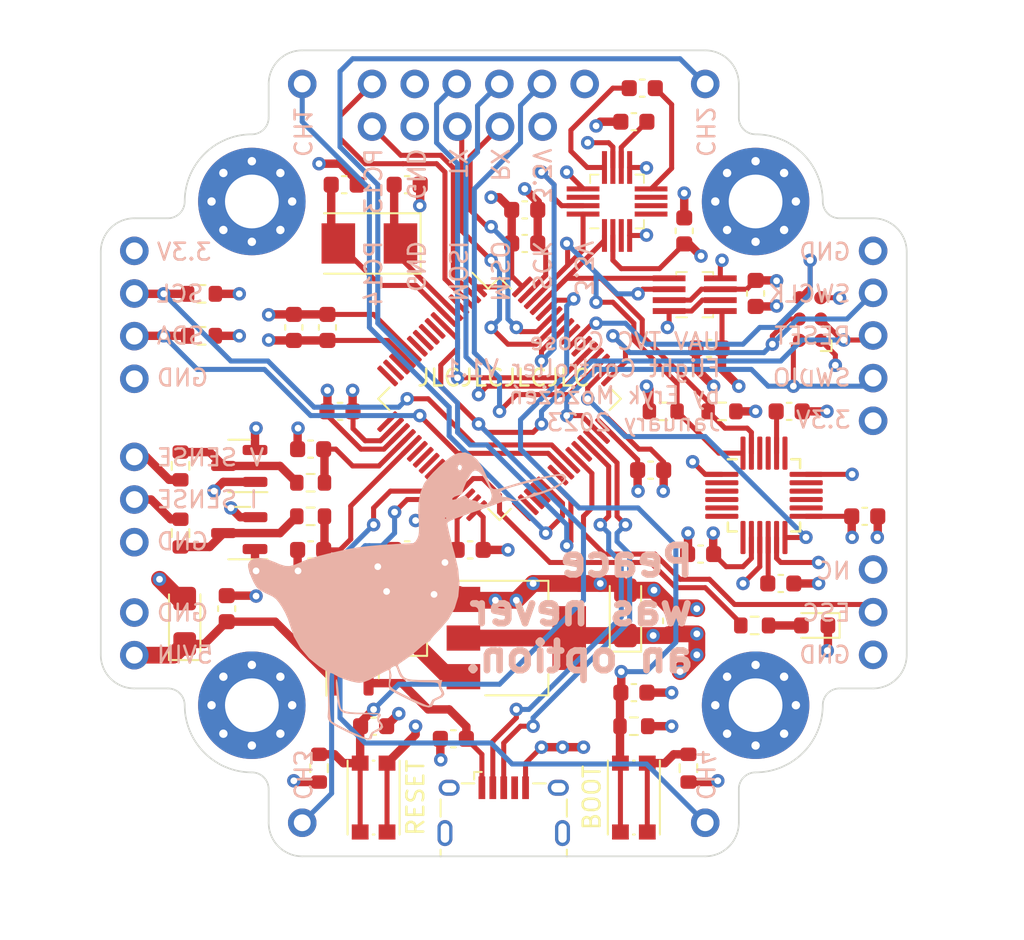
<source format=kicad_pcb>
(kicad_pcb (version 20211014) (generator pcbnew)
  (layers (0 "F.Cu" signal) (1 "In1.Cu" signal) (2 "In2.Cu" signal) (31 "B.Cu" signal) (34 "B.Paste" user) (35 "F.Paste" user) (36 "B.SilkS" user "B.Silkscreen") (37 "F.SilkS" user "F.Silkscreen") (38 "B.Mask" user) (39 "F.Mask" user) (44 "Edge.Cuts" user))
  (net 0 "")
  (net 1 "/power/5V_IN")
  (net 2 "GND")
  (net 3 "+5V")
  (net 4 "+3.3V")
  (net 5 "/power/V_FILTER")
  (net 6 "/power/I_FILTER")
  (net 7 "/ucontroller/PH0")
  (net 8 "/ucontroller/RESET")
  (net 9 "/ucontroller/PH1")
  (net 10 "/ucontroller/BOOT0")
  (net 11 "/ucontroller/VCAP1")
  (net 12 "VBUS")
  (net 13 "/sensors/IMU_REGOUT")
  (net 14 "/sensors/IMU_CPOUT")
  (net 15 "/sensors/MAG_C1")
  (net 16 "/sensors/MAG_SETP")
  (net 17 "/sensors/MAG_SETC")
  (net 18 "/power/V_SENSE")
  (net 19 "/power/I_SENSE")
  (net 20 "Net-(D4-Pad2)")
  (net 25 "/power/BATT_V_SENSE")
  (net 26 "/power/BATT_I_SENSE")
  (net 27 "/ucontroller/USB_D-")
  (net 28 "/ucontroller/USB_D+")
  (net 31 "/ucontroller/SWCLK")
  (net 32 "/ucontroller/SWDIO")
  (net 33 "Net-(R5-Pad1)")
  (net 45 "/sensors/MAG_INT")
  (net 46 "/sensors/IMU_INT")
  (net 49 "/ucontroller/SWO")
  (net 64 "/SENSOR_SCL")
  (net 65 "/SENSOR_SDA")
  (net 68 "/ucontroller/SPI3_MOSI")
  (net 69 "/ucontroller/SPI3_MISO")
  (net 70 "/ucontroller/SPI3_SCK")
  (net 71 "/ucontroller/UART1_TX")
  (net 72 "/ucontroller/UART1_RX")
  (net 73 "/ucontroller/ESP_I2C3_SCL")
  (net 74 "/ucontroller/ESP_I2C3_SDA")
  (net 76 "/ucontroller/SERVO1_TIM3_CH1")
  (net 77 "/ucontroller/SERVO2_TIM3_CH2")
  (net 78 "/ucontroller/SERVO3_TIM3_CH3")
  (net 79 "/ucontroller/SERVO4_TIM3_CH4")
  (net 84 "/ucontroller/ESC_TIM1_CH2")
  (net 85 "/ucontroller/LED_TIM2_CH3")
  (net 86 "/ucontroller/GPIO_PC13")
  (net 87 "/ucontroller/GPIO_PC14")
  (footprint "goose:qmc5883l_hand_solder" (layer "F.Cu") (at 151.75 83 90)
    (fp_text reference "U5")
    (fp_text value "QMC5883L")
  )
  (footprint "Capacitor_SMD:C_0603_1608Metric" (layer "F.Cu") (at 132.5 90.5 90)
    (fp_text reference "C16")
    (fp_text value "100n")
  )
  (footprint "Capacitor_SMD:C_0603_1608Metric" (layer "F.Cu") (at 155.75 84.75 90)
    (fp_text reference "C29")
    (fp_text value "100n")
  )
  (footprint "MountingHole:MountingHole_3.2mm_M3_Pad_Via" (layer "F.Cu") (at 130 113)
    (fp_text reference "H4")
    (fp_text value "MountingHole_Pad")
  )
  (footprint "Capacitor_SMD:C_0603_1608Metric" (layer "F.Cu") (at 142 115 180)
    (fp_text reference "C21")
    (fp_text value "100n")
  )
  (footprint "Capacitor_Tantalum_SMD:CP_EIA-3216-18_Kemet-A" (layer "F.Cu") (at 126 108 90)
    (fp_text reference "C4")
    (fp_text value "4u7")
  )
  (footprint "goose:tht_pin_01x03" (layer "F.Cu") (at 123 103.29)
    (fp_text reference "J2")
    (fp_text value "Conn_01x03")
  )
  (footprint "Capacitor_SMD:C_0603_1608Metric" (layer "F.Cu") (at 133.5 97.75 180)
    (fp_text reference "C7")
    (fp_text value "100n")
  )
  (footprint "Capacitor_SMD:C_0603_1608Metric" (layer "F.Cu") (at 155 107.975 90)
    (fp_text reference "C6")
    (fp_text value "100n")
  )
  (footprint "goose:tht_pin_01x05" (layer "F.Cu") (at 139.7 76 -90)
    (fp_text reference "J12")
    (fp_text value "Conn_01x05")
  )
  (footprint "goose:usb_micro_B_druk_II" (layer "F.Cu") (at 145 120.615)
    (fp_text reference "J3")
    (fp_text value "USB_B_Micro")
  )
  (footprint "Capacitor_SMD:C_0603_1608Metric" (layer "F.Cu") (at 153.75 99 180)
    (fp_text reference "C20")
    (fp_text value "100n")
  )
  (footprint "goose:tht_pin_01x02" (layer "F.Cu") (at 137.16 76 180)
    (fp_text reference "J14")
    (fp_text value "Conn_01x02")
  )
  (footprint "Capacitor_SMD:C_0603_1608Metric" (layer "F.Cu") (at 139.25 103.75 180)
    (fp_text reference "C13")
    (fp_text value "4u7")
  )
  (footprint "Capacitor_SMD:C_0603_1608Metric" (layer "F.Cu") (at 128.5 107.25 90)
    (fp_text reference "C3")
    (fp_text value "100n")
  )
  (footprint "Capacitor_SMD:C_0603_1608Metric" (layer "F.Cu") (at 146.25 83.5)
    (fp_text reference "C14")
    (fp_text value "4u7")
  )
  (footprint "Package_TO_SOT_SMD:SOT-23" (layer "F.Cu") (at 129.250001 102.75 180)
    (fp_text reference "D3")
    (fp_text value "BAT54S")
  )
  (footprint "goose:bmp280_hand_solder" (layer "F.Cu") (at 156.375 88.55 180)
    (fp_text reference "U3")
    (fp_text value "BMP280")
  )
  (footprint "Capacitor_SMD:C_0603_1608Metric" (layer "F.Cu") (at 152.75 112.25)
    (fp_text reference "C12")
    (fp_text value "100n")
  )
  (footprint "goose:tht_pin_01x04" (layer "F.Cu") (at 139.7 78.54 -90)
    (fp_text reference "J13")
    (fp_text value "Conn_01x04")
  )
  (footprint "Button_Switch_SMD:SW_Push_1P1T_NO_CK_KMR2" (layer "F.Cu") (at 152.75 118.5 -90)
    (fp_text reference "SW2")
    (fp_text value "SW_Push")
  )
  (footprint "Capacitor_SMD:C_0603_1608Metric" (layer "F.Cu") (at 143 103.75 180)
    (fp_text reference "C19")
    (fp_text value "100n")
  )
  (footprint "Resistor_SMD:R_0603_1608Metric" (layer "F.Cu") (at 156 116.75 -90)
    (fp_text reference "R5")
    (fp_text value "4k7")
  )
  (footprint "Resistor_SMD:R_0603_1608Metric" (layer "F.Cu") (at 125.750001 98.75 90)
    (fp_text reference "R1")
    (fp_text value "1k")
  )
  (footprint "Capacitor_SMD:C_0603_1608Metric" (layer "F.Cu") (at 135.25 95.5)
    (fp_text reference "C17")
    (fp_text value "100n")
  )
  (footprint "Capacitor_SMD:C_0603_1608Metric" (layer "F.Cu") (at 160 88.475 -90)
    (fp_text reference "C22")
    (fp_text value "100n")
  )
  (footprint "Resistor_SMD:R_0603_1608Metric" (layer "F.Cu") (at 133.5 99.75)
    (fp_text reference "R3")
    (fp_text value "470k")
  )
  (footprint "Capacitor_SMD:C_0603_1608Metric" (layer "F.Cu") (at 161.5 105.75)
    (fp_text reference "C26")
    (fp_text value "100n")
  )
  (footprint "Capacitor_SMD:C_0603_1608Metric" (layer "F.Cu") (at 137.25 114.25)
    (fp_text reference "C10")
    (fp_text value "100n")
  )
  (footprint "Package_TO_SOT_SMD:SOT-23" (layer "F.Cu") (at 129.250001 98.75 180)
    (fp_text reference "D2")
    (fp_text value "BAT54S")
  )
  (footprint "Capacitor_SMD:C_0603_1608Metric" (layer "F.Cu") (at 137 107 90)
    (fp_text reference "C1")
    (fp_text value "100n")
  )
  (footprint "goose:tht_pin_01x01" (layer "F.Cu") (at 157 76)
    (fp_text reference "J6")
    (fp_text value "Conn_01x01")
  )
  (footprint "MountingHole:MountingHole_3.2mm_M3_Pad_Via" (layer "F.Cu") (at 160 83)
    (fp_text reference "H2")
    (fp_text value "MountingHole_Pad")
  )
  (footprint "Resistor_SMD:R_0603_1608Metric" (layer "F.Cu") (at 158 95.5 180)
    (fp_text reference "R9")
    (fp_text value "4k7")
  )
  (footprint "Capacitor_SMD:C_0603_1608Metric" (layer "F.Cu") (at 162 95.5)
    (fp_text reference "C27")
    (fp_text value "2n2")
  )
  (footprint "goose:tht_pin_01x04" (layer "F.Cu") (at 123 93.56)
    (fp_text reference "J4")
    (fp_text value "Conn_01x04")
  )
  (footprint "Resistor_SMD:R_0603_1608Metric" (layer "F.Cu") (at 159.94375 108.25 180)
    (fp_text reference "R8")
    (fp_text value "1k")
  )
  (footprint "Button_Switch_SMD:SW_Push_1P1T_NO_CK_KMR2" (layer "F.Cu") (at 137.25 118.5 -90)
    (fp_text reference "SW1")
    (fp_text value "SW_Push")
  )
  (footprint "Capacitor_SMD:C_0603_1608Metric" (layer "F.Cu") (at 135.5 82)
    (fp_text reference "C11")
    (fp_text value "22p")
  )
  (footprint "goose:tht_pin_01x05" (layer "F.Cu") (at 167 85.94 180)
    (fp_text reference "J10")
    (fp_text value "Conn_01x05")
  )
  (footprint "Resistor_SMD:R_0603_1608Metric" (layer "F.Cu") (at 154.5 95.5)
    (fp_text reference "R11")
    (fp_text value "4k7")
  )
  (footprint "Resistor_SMD:R_0603_1608Metric" (layer "F.Cu") (at 133.5 101.75)
    (fp_text reference "R4")
    (fp_text value "100k")
  )
  (footprint "Capacitor_SMD:C_0603_1608Metric" (layer "F.Cu") (at 156.725 104 180)
    (fp_text reference "C24")
    (fp_text value "100n")
  )
  (footprint "Resistor_SMD:R_0603_1608Metric" (layer "F.Cu") (at 127 88.5 180)
    (fp_text reference "R12")
    (fp_text value "4k7")
  )
  (footprint "MountingHole:MountingHole_3.2mm_M3_Pad_Via" (layer "F.Cu") (at 130 83)
    (fp_text reference "H1")
    (fp_text value "MountingHole_Pad")
  )
  (footprint "goose:tht_pin_01x02" (layer "F.Cu") (at 123 107.479999 180)
    (fp_text reference "J1")
    (fp_text value "Conn_01x02")
  )
  (footprint "Capacitor_SMD:C_0603_1608Metric" (layer "F.Cu") (at 133.5 103.75 180)
    (fp_text reference "C8")
    (fp_text value "100n")
  )
  (footprint "Capacitor_Tantalum_SMD:CP_EIA-3216-18_Kemet-A" (layer "F.Cu") (at 152.25 107.5 90)
    (fp_text reference "C5")
    (fp_text value "4u7")
  )
  (footprint "goose:tht_pin_01x01" (layer "F.Cu") (at 157 120)
    (fp_text reference "J8")
    (fp_text value "Conn_01x01")
  )
  (footprint "Capacitor_Tantalum_SMD:CP_EIA-3216-18_Kemet-A" (layer "F.Cu") (at 139.5 107.75 90)
    (fp_text reference "C2")
    (fp_text value "4u7")
  )
  (footprint "Resistor_SMD:R_0603_1608Metric" (layer "F.Cu") (at 134 116.75 90)
    (fp_text reference "R6")
    (fp_text value "4k7")
  )
  (footprint "goose:tht_pin_01x01" (layer "F.Cu") (at 133 120)
    (fp_text reference "J7")
    (fp_text value "Conn_01x01")
  )
  (footprint "Capacitor_SMD:C_0603_1608Metric" (layer "F.Cu") (at 139.25 82)
    (fp_text reference "C9")
    (fp_text value "22p")
  )
  (footprint "Package_QFP:LQFP-64_10x10mm_P0.5mm" (layer "F.Cu") (at 144.75 94.75 -45)
    (fp_text reference "U2")
    (fp_text value "STM32F411RETx")
  )
  (footprint "Connector:Tag-Connect_TC2030-IDC-NL_2x03_P1.27mm_Vertical" (layer "F.Cu") (at 163.25 90 90)
    (fp_text reference "J11")
    (fp_text value "Conn_02x03_Odd_Even")
  )
  (footprint "LED_SMD:LED_0603_1608Metric" (layer "F.Cu") (at 163.51875 108.25 180)
    (fp_text reference "D4")
    (fp_text value "LED")
  )
  (footprint "Capacitor_SMD:C_0603_1608Metric" (layer "F.Cu") (at 153.25 76.25 180)
    (fp_text reference "C30")
    (fp_text value "220n")
  )
  (footprint "Package_TO_SOT_SMD:SOT-223-3_TabPin2" (layer "F.Cu") (at 145.75 109)
    (fp_text reference "U1")
    (fp_text value "LM1117-3.3")
  )
  (footprint "Capacitor_SMD:C_0603_1608Metric" (layer "F.Cu") (at 134.5 90.5 90)
    (fp_text reference "C18")
    (fp_text value "1u")
  )
  (footprint "Resistor_SMD:R_0603_1608Metric" (layer "F.Cu") (at 127 91 180)
    (fp_text reference "R10")
    (fp_text value "4k7")
  )
  (footprint "Capacitor_SMD:C_0603_1608Metric" (layer "F.Cu") (at 166.5 101.75)
    (fp_text reference "C25")
    (fp_text value "100n")
  )
  (footprint "Resistor_SMD:R_0603_1608Metric" (layer "F.Cu") (at 152.75 114.25 180)
    (fp_text reference "R7")
    (fp_text value "470k")
  )
  (footprint "Resistor_SMD:R_0603_1608Metric" (layer "F.Cu") (at 125.750001 102.75 -90)
    (fp_text reference "R2")
    (fp_text value "1k")
  )
  (footprint "Capacitor_SMD:C_0603_1608Metric" (layer "F.Cu") (at 146.25 85.5)
    (fp_text reference "C15")
    (fp_text value "100n")
  )
  (footprint "goose:tht_pin_01x03" (layer "F.Cu") (at 167 110)
    (fp_text reference "J9")
    (fp_text value "Conn_01x03")
  )
  (footprint "goose:mpu6050_hand_solder" (layer "F.Cu") (at 160.5 100.5)
    (fp_text reference "U4")
    (fp_text value "MPU-6050")
  )
  (footprint "Capacitor_SMD:C_0603_1608Metric" (layer "F.Cu") (at 157.225 91.75 180)
    (fp_text reference "C23")
    (fp_text value "100n")
  )
  (footprint "Crystal:Crystal_SMD_5032-2Pin_5.0x3.2mm" (layer "F.Cu") (at 137 85.5 180)
    (fp_text reference "Y1")
    (fp_text value "8MHz")
  )
  (footprint "MountingHole:MountingHole_3.2mm_M3_Pad_Via" (layer "F.Cu") (at 160 113)
    (fp_text reference "H3")
    (fp_text value "MountingHole_Pad")
  )
  (footprint "goose:tht_pin_01x01" (layer "F.Cu") (at 133 76)
    (fp_text reference "J5")
    (fp_text value "Conn_01x01")
  )
  (footprint "Capacitor_SMD:C_0603_1608Metric" (layer "F.Cu") (at 152.75 78.25 180)
    (fp_text reference "C28")
    (fp_text value "4u7")
  )
  (footprint "Package_TO_SOT_SMD:SOT-23" (layer "F.Cu") (at 136 110.75 90)
    (fp_text reference "D1")
    (fp_text value "BAS70-05")
  )
  (footprint "goose:goose_meme" (layer "B.Cu") (at 143.102967 112.518 180)
    (fp_text reference "G***")
    (fp_text value "LOGO" hide)
  )
  (gr_line (start 131 120) (end 131 118) (layer "Edge.Cuts") (width 0.1))
  (gr_arc (start 123 112) (mid 121.585786 111.414214) (end 121 110) (layer "Edge.Cuts") (width 0.1))
  (gr_arc (start 164 113) (mid 162.828427 115.828427) (end 160 117) (layer "Edge.Cuts") (width 0.1))
  (gr_arc (start 159 120) (mid 158.414214 121.414214) (end 157 122) (layer "Edge.Cuts") (width 0.1))
  (gr_arc (start 131 78) (mid 130.707107 78.707107) (end 130 79) (layer "Edge.Cuts") (width 0.1))
  (gr_arc (start 160 79) (mid 159.292893 78.707107) (end 159 78) (layer "Edge.Cuts") (width 0.1))
  (gr_line (start 121 110) (end 121 86) (layer "Edge.Cuts") (width 0.1))
  (gr_arc (start 130 117) (mid 130.707107 117.292893) (end 131 118) (layer "Edge.Cuts") (width 0.1))
  (gr_arc (start 167 84) (mid 168.414214 84.585786) (end 169 86) (layer "Edge.Cuts") (width 0.1))
  (gr_arc (start 121 86) (mid 121.585786 84.585786) (end 123 84) (layer "Edge.Cuts") (width 0.1))
  (gr_arc (start 159 118) (mid 159.292893 117.292893) (end 160 117) (layer "Edge.Cuts") (width 0.1))
  (gr_line (start 167 112) (end 165 112) (layer "Edge.Cuts") (width 0.1))
  (gr_arc (start 169 110) (mid 168.414214 111.414214) (end 167 112) (layer "Edge.Cuts") (width 0.1))
  (gr_arc (start 125 112) (mid 125.707107 112.292893) (end 126 113) (layer "Edge.Cuts") (width 0.1))
  (gr_line (start 123 112) (end 125 112) (layer "Edge.Cuts") (width 0.1))
  (gr_arc (start 126 83) (mid 127.171573 80.171573) (end 130 79) (layer "Edge.Cuts") (width 0.1))
  (gr_arc (start 130 117) (mid 127.171573 115.828427) (end 126 113) (layer "Edge.Cuts") (width 0.1))
  (gr_line (start 157 122) (end 133 122) (layer "Edge.Cuts") (width 0.1))
  (gr_line (start 131 76) (end 131 78) (layer "Edge.Cuts") (width 0.1))
  (gr_arc (start 164 113) (mid 164.292893 112.292893) (end 165 112) (layer "Edge.Cuts") (width 0.1))
  (gr_arc (start 133 122) (mid 131.585786 121.414214) (end 131 120) (layer "Edge.Cuts") (width 0.1))
  (gr_arc (start 131 76) (mid 131.585786 74.585786) (end 133 74) (layer "Edge.Cuts") (width 0.1))
  (gr_line (start 123 84) (end 125 84) (layer "Edge.Cuts") (width 0.1))
  (gr_line (start 167 84) (end 165 84) (layer "Edge.Cuts") (width 0.1))
  (gr_arc (start 157 74) (mid 158.414214 74.585786) (end 159 76) (layer "Edge.Cuts") (width 0.1))
  (gr_line (start 133 74) (end 157 74) (layer "Edge.Cuts") (width 0.1))
  (gr_arc (start 165 84) (mid 164.292893 83.707107) (end 164 83) (layer "Edge.Cuts") (width 0.1))
  (gr_arc (start 126 83) (mid 125.707107 83.707107) (end 125 84) (layer "Edge.Cuts") (width 0.1))
  (gr_line (start 159 76) (end 159 78) (layer "Edge.Cuts") (width 0.1))
  (gr_line (start 159 120) (end 159 118) (layer "Edge.Cuts") (width 0.1))
  (gr_arc (start 160 79) (mid 162.828427 80.171573) (end 164 83) (layer "Edge.Cuts") (width 0.1))
  (gr_line (start 169 86) (end 169 110) (layer "Edge.Cuts") (width 0.1))
  (gr_text "SDA" (at 124.25 91) (layer "B.SilkS") (effects (font (size 1 1)) (justify right mirror)))
  (gr_text "NC" (at 165.75 105) (layer "B.SilkS") (effects (font (size 1 1)) (justify left mirror)))
  (gr_text "GND" (at 165.75 86) (layer "B.SilkS") (effects (font (size 1 1)) (justify left mirror)))
  (gr_text "RX" (at 144.75 79.75 270) (layer "B.SilkS") (effects (font (size 1 1)) (justify right mirror)))
  (gr_text "CH3" (at 133 118.75 270) (layer "B.SilkS") (effects (font (size 1 1)) (justify left mirror)))
  (gr_text "SCK" (at 147.25 85.25 270) (layer "B.SilkS") (effects (font (size 1 1)) (justify right mirror)))
  (gr_text "GND" (at 124.25 107.5) (layer "B.SilkS") (effects (font (size 1 1)) (justify right mirror)))
  (gr_text "PC13" (at 137.25 79.75 90) (layer "B.SilkS") (effects (font (size 1 1)) (justify left mirror)))
  (gr_text "GND" (at 139.75 85.25 270) (layer "B.SilkS") (effects (font (size 1 1)) (justify right mirror)))
  (gr_text "RESET" (at 165.75 91) (layer "B.SilkS") (effects (font (size 1 1)) (justify left mirror)))
  (gr_text "V SENSE" (at 124.25 98.25) (layer "B.SilkS") (effects (font (size 1 1)) (justify right mirror)))
  (gr_text "ESC" (at 165.75 107.5) (layer "B.SilkS") (effects (font (size 1 1)) (justify left mirror)))
  (gr_text "SWCLK" (at 165.75 88.5) (layer "B.SilkS") (effects (font (size 1 1)) (justify left mirror)))
  (gr_text "GND" (at 124.25 93.5) (layer "B.SilkS") (effects (font (size 1 1)) (justify right mirror)))
  (gr_text "3.3V" (at 147.25 79.75 270) (layer "B.SilkS") (effects (font (size 1 1)) (justify right mirror)))
  (gr_text "UAV TVC Goose\nFlight Controller V1.1\nby Eryk Możdżeń\nJanuary 2023" (at 158 93.75) (layer "B.SilkS") (effects (font (size 1 1)) (justify left mirror)))
  (gr_text "SWDIO" (at 165.75 93.5) (layer "B.SilkS") (effects (font (size 1 1)) (justify left mirror)))
  (gr_text "CH4" (at 157 118.75 270) (layer "B.SilkS") (effects (font (size 1 1)) (justify left mirror)))
  (gr_text "PC14" (at 137.25 85.25 90) (layer "B.SilkS") (effects (font (size 1 1)) (justify left mirror)))
  (gr_text "3.3V" (at 124.25 86) (layer "B.SilkS") (effects (font (size 1 1)) (justify right mirror)))
  (gr_text "MOSI" (at 142.25 85.25 270) (layer "B.SilkS") (effects (font (size 1 1)) (justify right mirror)))
  (gr_text "SCL" (at 124.25 88.5) (layer "B.SilkS") (effects (font (size 1 1)) (justify right mirror)))
  (gr_text "TX" (at 142.25 79.75 270) (layer "B.SilkS") (effects (font (size 1 1)) (justify right mirror)))
  (gr_text "CH2" (at 157 77.25 270) (layer "B.SilkS") (effects (font (size 1 1)) (justify right mirror)))
  (gr_text "MISO" (at 144.75 85.25 270) (layer "B.SilkS") (effects (font (size 1 1)) (justify right mirror)))
  (gr_text "GND" (at 139.75 79.75 270) (layer "B.SilkS") (effects (font (size 1 1)) (justify right mirror)))
  (gr_text "I SENSE" (at 124.25 100.75) (layer "B.SilkS") (effects (font (size 1 1)) (justify right mirror)))
  (gr_text "3.3V" (at 149.75 85.25 270) (layer "B.SilkS") (effects (font (size 1 1)) (justify right mirror)))
  (gr_text "3.3V" (at 165.75 96) (layer "B.SilkS") (effects (font (size 1 1)) (justify left mirror)))
  (gr_text "GND" (at 124.25 103.25) (layer "B.SilkS") (effects (font (size 1 1)) (justify right mirror)))
  (gr_text "5VIN" (at 124.25 110) (layer "B.SilkS") (effects (font (size 1 1)) (justify right mirror)))
  (gr_text "GND" (at 165.75 110) (layer "B.SilkS") (effects (font (size 1 1)) (justify left mirror)))
  (gr_text "CH1" (at 133 77.25 270) (layer "B.SilkS") (effects (font (size 1 1)) (justify right mirror)))
  (gr_text "BOOT" (at 150.25 118.5 90) (layer "F.SilkS") (effects (font (size 1 1))))
  (gr_text "JLCJLCJLCJLC" (at 145 93.5) (layer "F.SilkS") (effects (font (size 1 1))))
  (gr_text "RESET" (at 139.75 118.5 90) (layer "F.SilkS") (effects (font (size 1 1))))
  (segment (start 142.6 111.3) (end 141.7 111.3) (width 1) (layer "F.Cu") (net 1))
  (segment (start 138.85 109.1) (end 139.5 109.1) (width 1) (layer "F.Cu") (net 1))
  (segment (start 136 108.775) (end 137 107.775) (width 0.5) (layer "F.Cu") (net 1))
  (segment (start 137.525 107.775) (end 138.85 109.1) (width 1) (layer "F.Cu") (net 1))
  (segment (start 141.7 111.3) (end 139.5 109.1) (width 1) (layer "F.Cu") (net 1))
  (segment (start 136 109.8125) (end 136 108.775) (width 0.5) (layer "F.Cu") (net 1))
  (segment (start 137 107.775) (end 137.525 107.775) (width 1) (layer "F.Cu") (net 1))
  (segment (start 153.95 106.15) (end 155 107.2) (width 1) (layer "F.Cu") (net 2))
  (segment (start 128.5 106.475) (end 130.225 106.475) (width 0.5) (layer "F.Cu") (net 2))
  (segment (start 134 80.75) (end 135.2625 80.75) (width 0.5) (layer "F.Cu") (net 2))
  (segment (start 139.75 114.75) (end 138.05 116.45) (width 0.5) (layer "F.Cu") (net 2))
  (segment (start 157.175 88.875) (end 156.832106 88.875) (width 0.3) (layer "F.Cu") (net 2))
  (segment (start 163.75 105.75) (end 162.275 105.75) (width 0.5) (layer "F.Cu") (net 2))
  (segment (start 151.25 79.5) (end 150 79.5) (width 0.3) (layer "F.Cu") (net 2))
  (segment (start 152.25 106.15) (end 153.95 106.15) (width 1) (layer "F.Cu") (net 2))
  (segment (start 136.025 96.525) (end 136.025 95.5) (width 0.3) (layer "F.Cu") (net 2))
  (segment (start 147.025 85.5) (end 147.025 83.5) (width 0.5) (layer "F.Cu") (net 2))
  (segment (start 141.225 115) (end 141.225 116.225) (width 0.5) (layer "F.Cu") (net 2))
  (segment (start 147.025 83.025) (end 147.025 83.5) (width 0.5) (layer "F.Cu") (net 2))
  (segment (start 156.45 92.95) (end 156.45 91.75) (width 0.5) (layer "F.Cu") (net 2))
  (segment (start 153.475 80.975) (end 153.5 81) (width 0.3) (layer "F.Cu") (net 2))
  (segment (start 157.5 94) (end 156.45 92.95) (width 0.5) (layer "F.Cu") (net 2))
  (segment (start 151.5 80.975) (end 151.5 79.75) (width 0.3) (layer "F.Cu") (net 2))
  (segment (start 142.225 101.871194) (end 142.225 103.75) (width 0.3) (layer "F.Cu") (net 2))
  (segment (start 132.725 103.75) (end 132.725 104.975) (width 0.5) (layer "F.Cu") (net 2))
  (segment (start 143.035266 101.060928) (end 142.225 101.871194) (width 0.3) (layer "F.Cu") (net 2))
  (segment (start 144.5 106.75) (end 145.75 106.75) (width 1) (layer "F.Cu") (net 2))
  (segment (start 167.275 101.75) (end 167.275 102.975) (width 0.5) (layer "F.Cu") (net 2))
  (segment (start 150.5 78.5) (end 150.75 78.25) (width 0.5) (layer "F.Cu") (net 2))
  (segment (start 152.25 106.15) (end 151.85 105.75) (width 1) (layer "F.Cu") (net 2))
  (segment (start 131 89.75) (end 131.025 89.725) (width 0.5) (layer "F.Cu") (net 2))
  (segment (start 130.225 106.475) (end 130.25 106.5) (width 0.5) (layer "F.Cu") (net 2))
  (segment (start 142.225 103.775) (end 142.225 103.75) (width 0.5) (layer "F.Cu") (net 2))
  (segment (start 142.3 106.4) (end 142.6 106.7) (width 1) (layer "F.Cu") (net 2))
  (segment (start 147.5 85.975) (end 147.025 85.5) (width 0.3) (layer "F.Cu") (net 2))
  (segment (start 161.225 89.25) (end 161.25 89.225) (width 0.5) (layer "F.Cu") (net 2))
  (segment (start 138.025 106.225) (end 139.325 106.225) (width 1) (layer "F.Cu") (net 2))
  (segment (start 165 88.75) (end 164.98 88.73) (width 0.3) (layer "F.Cu") (net 2))
  (segment (start 141.5 104.5) (end 142.225 103.775) (width 0.5) (layer "F.Cu") (net 2))
  (segment (start 156.5 107.25) (end 156.45 107.2) (width 1) (layer "F.Cu") (net 2))
  (segment (start 149.5 105.75) (end 150.75 105.75) (width 1) (layer "F.Cu") (net 2))
  (segment (start 167.275 102.975) (end 167.25 103) (width 0.5) (layer "F.Cu") (net 2))
  (segment (start 146.25 82.25) (end 147.025 83.025) (width 0.5) (layer "F.Cu") (net 2))
  (segment (start 139.325 106.225) (end 139.5 106.4) (width 1) (layer "F.Cu") (net 2))
  (segment (start 157.9875 99.25) (end 157 99.25) (width 0.3) (layer "F.Cu") (net 2))
  (segment (start 152.975 98.378806) (end 152.975 99) (width 0.3) (layer "F.Cu") (net 2))
  (segment (start 136.75 97.25) (end 137.653806 97.25) (width 0.3) (layer "F.Cu") (net 2))
  (segment (start 132.725 96.525) (end 132.75 96.5) (width 0.5) (layer "F.Cu") (net 2))
  (segment (start 146.75 105.75) (end 145.75 106.75) (width 1) (layer "F.Cu") (net 2))
  (segment (start 138.025 114.25) (end 138.025 114.225) (width 0.5) (layer "F.Cu") (net 2))
  (segment (start 152.975 100.225) (end 153 100.25) (width 0.5) (layer "F.Cu") (net 2))
  (segment (start 141.225 116.225) (end 141.25 116.25) (width 0.5) (layer "F.Cu") (net 2))
  (segment (start 139.974874 102) (end 141.974606 100.000268) (width 0.3) (layer "F.Cu") (net 2))
  (segment (start 126 106.65) (end 125.65 106.65) (width 1) (layer "F.Cu") (net 2))
  (segment (start 131.025 89.725) (end 132.5 89.725) (width 0.5) (layer "F.Cu") (net 2))
  (segment (start 126.175 106.475) (end 126 106.65) (width 0.5) (layer "F.Cu") (net 2))
  (segment (start 152.5 80.975) (end 153.475 80.975) (width 0.3) (layer "F.Cu") (net 2))
  (segment (start 139.75 102) (end 139.974874 102) (width 0.3) (layer "F.Cu") (net 2))
  (segment (start 125.65 106.65) (end 124.5 105.5) (width 1) (layer "F.Cu") (net 2))
  (segment (start 154.85 89.525) (end 154.85 90.4) (width 0.3) (layer "F.Cu") (net 2))
  (segment (start 140 83.25) (end 140.025 83.225) (width 0.5) (layer "F.Cu") (net 2))
  (segment (start 161.25 104.25) (end 161.5 104.5) (width 0.3) (layer "F.Cu") (net 2))
  (segment (start 137.250126 89.725) (end 134.5 89.725) (width 0.3) (layer "F.Cu") (net 2))
  (segment (start 163.275 95.5) (end 164.25 95.5) (width 0.5) (layer "F.Cu") (net 2))
  (segment (start 137 106.225) (end 138.025 106.225) (width 1) (layer "F.Cu") (net 2))
  (segment (start 138.05 120.55) (end 138.05 116.45) (width 0.3) (layer "F.Cu") (net 2))
  (segment (start 151.5 79.75) (end 151.25 79.5) (width 0.3) (layer "F.Cu") (net 2))
  (segment (start 164.30625 108.25) (end 164.30625 109.7125) (width 0.5) (layer "F.Cu") (net 2))
  (segment (start 153.575 114.25) (end 155 114.25) (width 0.5) (layer "F.Cu") (net 2))
  (segment (start 137.653806 97.25) (end 138.439072 96.464734) (width 0.3) (layer "F.Cu") (net 2))
  (segment (start 130.25 105) (end 130.187501 104.937501) (width 0.5) (layer "F.Cu") (net 2))
  (segment (start 149.5 105.75) (end 146.75 105.75) (width 1) (layer "F.Cu") (net 2))
  (segment (start 142.65 106.75) (end 142.6 106.7) (width 1) (layer "F.Cu") (net 2))
  (segment (start 139.5 106.4) (end 140.85 106.4) (width 1) (layer "F.Cu") (net 2))
  (segment (start 161.25 103.0125) (end 161.25 104.25) (width 0.3) (layer "F.Cu") (net 2))
  (segment (start 152.975 99) (end 152.975 100.225) (width 0.5) (layer "F.Cu") (net 2))
  (segment (start 138.475 103.775) (end 138.475 103.75) (width 0.5) (layer "F.Cu") (net 2))
  (segment (start 156.832106 88.875) (end 156.182106 89.525) (width 0.3) (layer "F.Cu") (net 2))
  (segment (start 132.725 97.75) (end 132.725 96.525) (width 0.5) (layer "F.Cu") (net 2))
  (segment (start 154.85 90.4) (end 154.75 90.5) (width 0.3) (layer "F.Cu") (net 2))
  (segment (start 156.45 107.2) (end 155 107.2) (width 1) (layer "F.Cu") (net 2))
  (segment (start 150.75 78.25) (end 151.975 78.25) (width 0.5) (layer "F.Cu") (net 2))
  (segment (start 161.5 104.5) (end 163.75 104.5) (width 0.3) (layer "F.Cu") (net 2))
  (segment (start 132.725 104.975) (end 132.75 105) (width 0.5) (layer "F.Cu") (net 2))
  (segment (start 156.182106 89.525) (end 155.575 89.525) (width 0.3) (layer "F.Cu") (net 2))
  (segment (start 135.2625 80.75) (end 136.275 81.7625) (width 0.5) (layer "F.Cu") (net 2))
  (segment (start 130.187501 104.937501) (end 130.187501 103.7) (width 0.5) (layer "F.Cu") (net 2))
  (segment (start 139.499732 91.974606) (end 137.250126 89.725) (width 0.3) (layer "F.Cu") (net 2))
  (segment (start 151.060928 96.464734) (end 152.975 98.378806) (width 0.3) (layer "F.Cu") (net 2))
  (segment (start 160.25 103.0125) (end 160.25 104.75) (width 0.3) (layer "F.Cu") (net 2))
  (segment (start 153.525 112.25) (end 155 112.25) (width 0.5) (layer "F.Cu") (net 2))
  (segment (start 147.25 115.5) (end 148.5 115.5) (width 0.5) (layer "F.Cu") (net 2))
  (segment (start 160.25 104.75) (end 159.25 105.75) (width 0.3) (layer "F.Cu") (net 2))
  (segment (start 164.98 88.73) (end 163.885 88.73) (width 0.3) (layer "F.Cu") (net 2))
  (segment (start 128.3 99.7) (end 127.75 100.25) (width 0.5) (layer "F.Cu") (net 2))
  (segment (start 146.464734 88.439072) (end 147.5 87.403806) (width 0.3) (layer "F.Cu") (net 2))
  (segment (start 140.85 106.4) (end 142.3 106.4) (width 1) (layer "F.Cu") (net 2))
  (segment (start 144.5 106.75) (end 142.65 106.75) (width 1) (layer "F.Cu") (net 2))
  (segment (start 164.30625 109.7125) (end 164.26875 109.75) (width 0.5) (layer "F.Cu") (net 2))
  (segment (start 139.75 114.25) (end 139.75 114.75) (width 0.5) (layer "F.Cu") (net 2))
  (segment (start 136 94.25) (end 136 95.475) (width 0.5) (layer "F.Cu") (net 2))
  (segment (start 146.3 116.45) (end 147.25 115.5) (width 0.3) (layer "F.Cu") (net 2))
  (segment (start 155.75 83.975) (end 155.75 82.5) (width 0.5) (layer "F.Cu") (net 2))
  (segment (start 136.025 96.525) (end 136.75 97.25) (width 0.3) (layer "F.Cu") (net 2))
  (segment (start 137.5 104.75) (end 138.475 103.775) (width 0.5) (layer "F.Cu") (net 2))
  (segment (start 155.975 103.975) (end 155.95 104) (width 0.5) (layer "F.Cu") (net 2))
  (segment (start 157 99.25) (end 156.25 98.5) (width 0.3) (layer "F.Cu") (net 2))
  (segment (start 134.5 89.725) (end 132.5 89.725) (width 0.5) (layer "F.Cu") (net 2))
  (segment (start 151.85 105.75) (end 150.75 105.75) (width 1) (layer "F.Cu") (net 2))
  (segment (start 148.5 115.5) (end 149.75 115.5) (width 0.5) (layer "F.Cu") (net 2))
  (segment (start 136.275 81.7625) (end 136.275 82) (width 0.5) (layer "F.Cu") (net 2))
  (segment (start 155.975 102.75) (end 155.975 103.975) (width 0.5) (layer "F.Cu") (net 2))
  (segment (start 136 95.475) (end 136.025 95.5) (width 0.5) (layer "F.Cu") (net 2))
  (segment (start 147.5 87.403806) (end 147.5 85.975) (width 0.3) (layer "F.Cu") (net 2))
  (segment (start 160 89.25) (end 161.225 89.25) (width 0.5) (layer "F.Cu") (net 2))
  (segment (start 146.3 117.915) (end 146.3 116.45) (width 0.3) (layer "F.Cu") (net 2))
  (segment (start 130.187501 99.7) (end 128.3 99.7) (width 0.5) (layer "F.Cu") (net 2))
  (segment (start 163.0125 99.25) (end 165.75 99.25) (width 0.3) (layer "F.Cu") (net 2))
  (segment (start 140.025 83.225) (end 140.025 82) (width 0.5) (layer "F.Cu") (net 2))
  (segment (start 138.025 114.225) (end 138.75 113.5) (width 0.5) (layer "F.Cu") (net 2))
  (via (at 130.25 106.5) (size 0.8) (drill 0.4) (layers "F.Cu" "B.Cu") (net 2))
  (via (at 153.95 106.15) (size 0.8) (drill 0.4) (layers "F.Cu" "B.Cu") (net 2))
  (via (at 124.5 105.5) (size 0.8) (drill 0.4) (layers "F.Cu" "B.Cu") (net 2))
  (via (at 140.85 106.4) (size 0.8) (drill 0.4) (layers "F.Cu" "B.Cu") (net 2))
  (via (at 137.5 104.75) (size 0.8) (drill 0.4) (layers "F.Cu" "B.Cu") (net 2))
  (via (at 159.25 105.75) (size 0.8) (drill 0.4) (layers "F.Cu" "B.Cu") (net 2))
  (via (at 155.75 82.5) (size 0.8) (drill 0.4) (layers "F.Cu" "B.Cu") (net 2))
  (via (at 161.25 89.225) (size 0.8) (drill 0.4) (layers "F.Cu" "B.Cu") (net 2))
  (via (at 163.75 105.75) (size 0.8) (drill 0.4) (layers "F.Cu" "B.Cu") (net 2))
  (via (at 155 114.25) (size 0.8) (drill 0.4) (layers "F.Cu" "B.Cu") (net 2))
  (via (at 150.75 105.75) (size 0.8) (drill 0.4) (layers "F.Cu" "B.Cu") (net 2))
  (via (at 145.75 106.75) (size 0.8) (drill 0.4) (layers "F.Cu" "B.Cu") (net 2))
  (via (at 167.25 103) (size 0.8) (drill 0.4) (layers "F.Cu" "B.Cu") (net 2))
  (via (at 139.75 114.25) (size 0.8) (drill 0.4) (layers "F.Cu" "B.Cu") (net 2))
  (via (at 141.25 116.25) (size 0.8) (drill 0.4) (layers "F.Cu" "B.Cu") (net 2))
  (via (at 164.25 95.5) (size 0.8) (drill 0.4) (layers "F.Cu" "B.Cu") (net 2))
  (via (at 155.975 102.75) (size 0.8) (drill 0.4) (layers "F.Cu" "B.Cu") (net 2))
  (via (at 165 88.75) (size 0.8) (drill 0.4) (layers "F.Cu" "B.Cu") (net 2))
  (via (at 155 112.25) (size 0.8) (drill 0.4) (layers "F.Cu" "B.Cu") (net 2))
  (via (at 132.75 96.5) (size 0.8) (drill 0.4) (layers "F.Cu" "B.Cu") (net 2))
  (via (at 164.26875 109.75) (size 0.8) (drill 0.4) (layers "F.Cu" "B.Cu") (net 2))
  (via (at 127.75 100.25) (size 0.8) (drill 0.4) (layers "F.Cu" "B.Cu") (net 2))
  (via (at 138.75 113.5) (size 0.8) (drill 0.4) (layers "F.Cu" "B.Cu") (net 2))
  (via (at 154.75 90.5) (size 0.8) (drill 0.4) (layers "F.Cu" "B.Cu") (net 2))
  (via (at 153.5 81) (size 0.8) (drill 0.4) (layers "F.Cu" "B.Cu") (net 2))
  (via (at 146.75 105.75) (size 0.8) (drill 0.4) (layers "F.Cu" "B.Cu") (net 2))
  (via (at 165.75 99.25) (size 0.8) (drill 0.4) (layers "F.Cu" "B.Cu") (net 2))
  (via (at 140 83.25) (size 0.8) (drill 0.4) (layers "F.Cu" "B.Cu") (net 2))
  (via (at 150.5 78.5) (size 0.8) (drill 0.4) (layers "F.Cu" "B.Cu") (net 2))
  (via (at 138.025 106.225) (size 0.8) (drill 0.4) (layers "F.Cu" "B.Cu") (net 2))
  (via (at 156.5 107.25) (size 0.8) (drill 0.4) (layers "F.Cu" "B.Cu") (net 2))
  (via (at 134 80.75) (size 0.8) (drill 0.4) (layers "F.Cu" "B.Cu") (net 2))
  (via (at 149.75 115.5) (size 0.8) (drill 0.4) (layers "F.Cu" "B.Cu") (net 2))
  (via (at 144.5 106.75) (size 0.8) (drill 0.4) (layers "F.Cu" "B.Cu") (net 2))
  (via (at 157.5 94) (size 0.8) (drill 0.4) (layers "F.Cu" "B.Cu") (net 2))
  (via (at 150 79.5) (size 0.8) (drill 0.4) (layers "F.Cu" "B.Cu") (net 2))
  (via (at 130.25 105) (size 0.8) (drill 0.4) (layers "F.Cu" "B.Cu") (net 2))
  (via (at 153 100.25) (size 0.8) (drill 0.4) (layers "F.Cu" "B.Cu") (net 2))
  (via (at 146.25 82.25) (size 0.8) (drill 0.4) (layers "F.Cu" "B.Cu") (net 2))
  (via (at 148.5 115.5) (size 0.8) (drill 0.4) (layers "F.Cu" "B.Cu") (net 2))
  (via (at 163.75 104.5) (size 0.8) (drill 0.4) (layers "F.Cu" "B.Cu") (net 2))
  (via (at 139.75 102) (size 0.8) (drill 0.4) (layers "F.Cu" "B.Cu") (net 2))
  (via (at 147.25 115.5) (size 0.8) (drill 0.4) (layers "F.Cu" "B.Cu") (net 2))
  (via (at 141.5 104.5) (size 0.8) (drill 0.4) (layers "F.Cu" "B.Cu") (net 2))
  (via (at 156.25 98.5) (size 0.8) (drill 0.4) (layers "F.Cu" "B.Cu") (net 2))
  (via (at 131 89.75) (size 0.8) (drill 0.4) (layers "F.Cu" "B.Cu") (net 2))
  (via (at 136 94.25) (size 0.8) (drill 0.4) (layers "F.Cu" "B.Cu") (net 2))
  (via (at 132.75 105) (size 0.8) (drill 0.4) (layers "F.Cu" "B.Cu") (net 2))
  (segment (start 128.5 108.025) (end 131.3875 108.025) (width 0.5) (layer "F.Cu") (net 3))
  (segment (start 125.330001 110.019999) (end 126 109.35) (width 1) (layer "F.Cu") (net 3))
  (segment (start 127.175 109.35) (end 128.5 108.025) (width 0.5) (layer "F.Cu") (net 3))
  (segment (start 126 109.35) (end 127.175 109.35) (width 0.5) (layer "F.Cu") (net 3))
  (segment (start 131.3875 108.025) (end 135.05 111.6875) (width 0.5) (layer "F.Cu") (net 3))
  (segment (start 123 110.019999) (end 125.330001 110.019999) (width 1) (layer "F.Cu") (net 3))
  (segment (start 164.75 92.135) (end 163.885 91.27) (width 0.3) (layer "F.Cu") (net 4))
  (segment (start 158 91.75) (end 158 89.625) (width 0.3) (layer "F.Cu") (net 4))
  (segment (start 165.725 101.75) (end 165.725 102.975) (width 0.5) (layer "F.Cu") (net 4))
  (segment (start 154.525 100.225) (end 154.525 99) (width 0.5) (layer "F.Cu") (net 4))
  (segment (start 149.05 108.85) (end 152.25 108.85) (width 1) (layer "F.Cu") (net 4))
  (segment (start 158 89.625) (end 157.9 89.525) (width 0.3) (layer "F.Cu") (net 4))
  (segment (start 156.5 108.75) (end 156.5 110) (width 1) (layer "F.Cu") (net 4))
  (segment (start 154.9 108.85) (end 153.9 108.85) (width 1) (layer "F.Cu") (net 4))
  (segment (start 143.775 101.800662) (end 143.388819 101.414481) (width 0.3) (layer "F.Cu") (net 4))
  (segment (start 130.187501 96.562499) (end 130.25 96.5) (width 0.5) (layer "F.Cu") (net 4))
  (segment (start 157.475 103.975) (end 157.5 104) (width 0.5) (layer "F.Cu") (net 4))
  (segment (start 165.725 102.975) (end 165.75 103) (width 0.5) (layer "F.Cu") (net 4))
  (segment (start 157.675 117.575) (end 157.75 117.5) (width 0.5) (layer "F.Cu") (net 4))
  (segment (start 131 91.25) (end 131.025 91.275) (width 0.5) (layer "F.Cu") (net 4))
  (segment (start 136.5 97.75) (end 134.475 95.725) (width 0.3) (layer "F.Cu") (net 4))
  (segment (start 151.5 86.5) (end 152 87) (width 0.3) (layer "F.Cu") (net 4))
  (segment (start 148.9 109) (end 149.05 108.85) (width 1) (layer "F.Cu") (net 4))
  (segment (start 153.475 85.025) (end 153.5 85) (width 0.3) (layer "F.Cu") (net 4))
  (segment (start 143.388819 88.085519) (end 144.838819 88.085519) (width 0.3) (layer "F.Cu") (net 4))
  (segment (start 152 87) (end 154.275 87) (width 0.3) (layer "F.Cu") (net 4))
  (segment (start 145.475 85.5) (end 145.475 87.449338) (width 0.3) (layer "F.Cu") (net 4))
  (segment (start 142.6 109) (end 148.9 109) (width 1) (layer "F.Cu") (net 4))
  (segment (start 145.475 87.449338) (end 146.111181 88.085519) (width 0.3) (layer "F.Cu") (net 4))
  (segment (start 137.860912 97.75) (end 138.792625 96.818287) (width 0.3) (layer "F.Cu") (net 4))
  (segment (start 153.5 94) (end 153.675 94.175) (width 0.5) (layer "F.Cu") (net 4))
  (segment (start 158 93) (end 158 91.75) (width 0.5) (layer "F.Cu") (net 4))
  (segment (start 154.525 98.525) (end 154.525 99) (width 0.3) (layer "F.Cu") (net 4))
  (segment (start 144.838819 88.085519) (end 145.475 87.449338) (width 0.3) (layer "F.Cu") (net 4))
  (segment (start 152.5 85.025) (end 153.475 85.025) (width 0.3) (layer "F.Cu") (net 4))
  (segment (start 163.0125 101.75) (end 165.475 101.75) (width 0.3) (layer "F.Cu") (net 4))
  (segment (start 149.725 82.25) (end 149.725 82.225) (width 0.3) (layer "F.Cu") (net 4))
  (segment (start 138.09302 91.275) (end 134.5 91.275) (width 0.3) (layer "F.Cu") (net 4))
  (segment (start 153.75 97.75) (end 154.525 98.525) (width 0.3) (layer "F.Cu") (net 4))
  (segment (start 155.575 88.875) (end 156.125 88.875) (width 0.3) (layer "F.Cu") (net 4))
  (segment (start 159.475 88.225) (end 160 87.7) (width 0.3) (layer "F.Cu") (net 4))
  (segment (start 154.275 87) (end 155.75 85.525) (width 0.3) (layer "F.Cu") (net 4))
  (segment (start 158 86.5) (end 157.9 86.6) (width 0.3) (layer "F.Cu") (net 4))
  (segment (start 159.75 104.25) (end 159.25 104.75) (width 0.3) (layer "F.Cu") (net 4))
  (segment (start 151.414481 96.111181) (end 153.0533 97.75) (width 0.3) (layer "F.Cu") (net 4))
  (segment (start 144.725 82.75) (end 145.475 83.5) (width 0.5) (layer "F.Cu") (net 4))
  (segment (start 145.475 85.5) (end 145.475 83.5) (width 0.5) (layer "F.Cu") (net 4))
  (segment (start 159 94) (end 158 93) (width 0.5) (layer "F.Cu") (net 4))
  (segment (start 134.5 91.275) (end 132.5 91.275) (width 0.5) (layer "F.Cu") (net 4))
  (segment (start 143.775 103.75) (end 145.25 103.75) (width 0.5) (layer "F.Cu") (net 4))
  (segment (start 156.125 88.875) (end 156.775 88.225) (width 0.3) (layer "F.Cu") (net 4))
  (segment (start 145.475 85.999338) (end 145.475 85.5) (width 0.3) (layer "F.Cu") (net 4))
  (segment (start 160 95.5) (end 158.825 95.5) (width 0.5) (layer "F.Cu") (net 4))
  (segment (start 156.775 88.225) (end 157.9 88.225) (width 0.3) (layer "F.Cu") (net 4))
  (segment (start 156.5 110) (end 155.5 111) (width 1) (layer "F.Cu") (net 4))
  (segment (start 159.75 103.0125) (end 159.75 104.25) (width 0.3) (layer "F.Cu") (net 4))
  (segment (start 127.825 88.5) (end 129.25 88.5) (width 0.5) (layer "F.Cu") (net 4))
  (segment (start 151.5 85.025) (end 151.5 86.5) (width 0.3) (layer "F.Cu") (net 4))
  (segment (start 155 108.75) (end 156.5 108.75) (width 1) (layer "F.Cu") (net 4))
  (segment (start 157.9 88.225) (end 159.475 88.225) (width 0.3) (layer "F.Cu") (net 4))
  (segment (start 161.225 87.7) (end 161.25 87.725) (width 0.5) (layer "F.Cu") (net 4))
  (segment (start 143.775 103.75) (end 143.775 101.800662) (width 0.3) (layer "F.Cu") (net 4))
  (segment (start 155.75 85.525) (end 156.025 85.525) (width 0.5) (layer "F.Cu") (net 4))
  (segment (start 134 117.575) (end 132.575 117.575) (width 0.5) (layer "F.Cu") (net 4))
  (segment (start 130.187501 97.8) (end 130.187501 96.562499) (width 0.5) (layer "F.Cu") (net 4))
  (segment (start 149.725 82.225) (end 148.75 81.25) (width 0.3) (layer "F.Cu") (net 4))
  (segment (start 132.575 117.575) (end 132.5 117.5) (width 0.5) (layer "F.Cu") (net 4))
  (segment (start 160 87.7) (end 161.225 87.7) (width 0.5) (layer "F.Cu") (net 4))
  (segment (start 157.475 102.75) (end 157.475 103.975) (width 0.5) (layer "F.Cu") (net 4))
  (segment (start 153.0533 97.75) (end 153.75 97.75) (width 0.3) (layer "F.Cu") (net 4))
  (segment (start 157.9 86.6) (end 157.9 87.575) (width 0.3) (layer "F.Cu") (net 4))
  (segment (start 136.5 97.75) (end 137.860912 97.75) (width 0.3) (layer "F.Cu") (net 4))
  (segment (start 164.75 92.75) (end 164.75 92.135) (width 0.3) (layer "F.Cu") (net 4))
  (segment (start 158.25 104.75) (end 157.5 104) (width 0.3) (layer "F.Cu") (net 4))
  (segment (start 130.187501 101.8) (end 129.3 101.8) (width 0.5) (layer "F.Cu") (net 4))
  (segment (start 131.025 91.275) (end 132.5 91.275) (width 0.5) (layer "F.Cu") (net 4))
  (segment (start 144.25 82.75) (end 144.725 82.75) (width 0.5) (layer "F.Cu") (net 4))
  (segment (start 127.825 91) (end 129.25 91) (width 0.5) (layer "F.Cu") (net 4))
  (segment (start 159.25 104.75) (end 158.25 104.75) (width 0.3) (layer "F.Cu") (net 4))
  (segment (start 156 117.575) (end 157.675 117.575) (width 0.5) (layer "F.Cu") (net 4))
  (segment (start 129.3 101.8) (end 128.75 101.25) (width 0.5) (layer "F.Cu") (net 4))
  (segment (start 134.5 94.25) (end 134.5 95.475) (width 0.5) (layer "F.Cu") (net 4))
  (segment (start 153.9 108.85) (end 152.25 108.85) (width 1) (layer "F.Cu") (net 4))
  (segment (start 134.5 95.475) (end 134.475 95.5) (width 0.5) (layer "F.Cu") (net 4))
  (segment (start 153.675 94.175) (end 153.675 95.5) (width 0.5) (layer "F.Cu") (net 4))
  (segment (start 156.025 85.525) (end 156.75 86.25) (width 0.5) (layer "F.Cu") (net 4))
  (segment (start 154.5 100.25) (end 154.525 100.225) (width 0.5) (layer "F.Cu") (net 4))
  (segment (start 139.146179 92.328159) (end 138.09302 91.275) (width 0.3) (layer "F.Cu") (net 4))
  (segment (start 134.475 95.725) (end 134.475 95.5) (width 0.3) (layer "F.Cu") (net 4))
  (via (at 153.9 108.85) (size 0.8) (drill 0.4) (layers "F.Cu" "B.Cu") (net 4))
  (via (at 129.25 88.5) (size 0.8) (drill 0.4) (layers "F.Cu" "B.Cu") (net 4))
  (via (at 130.25 96.5) (size 0.8) (drill 0.4) (layers "F.Cu" "B.Cu") (net 4))
  (via (at 156.5 110) (size 0.8) (drill 0.4) (layers "F.Cu" "B.Cu") (net 4))
  (via (at 129.25 91) (size 0.8) (drill 0.4) (layers "F.Cu" "B.Cu") (net 4))
  (via (at 157.475 102.75) (size 0.8) (drill 0.4) (layers "F.Cu" "B.Cu") (net 4))
  (via (at 131 91.25) (size 0.8) (drill 0.4) (layers "F.Cu" "B.Cu") (net 4))
  (via (at 128.75 101.25) (size 0.8) (drill 0.4) (layers "F.Cu" "B.Cu") (net 4))
  (via (at 148.75 81.25) (size 0.8) (drill 0.4) (layers "F.Cu" "B.Cu") (net 4))
  (via (at 165.75 103) (size 0.8) (drill 0.4) (layers "F.Cu" "B.Cu") (net 4))
  (via (at 154.5 100.25) (size 0.8) (drill 0.4) (layers "F.Cu" "B.Cu") (net 4))
  (via (at 132.5 117.5) (size 0.8) (drill 0.4) (layers "F.Cu" "B.Cu") (net 4))
  (via (at 164.75 92.75) (size 0.8) (drill 0.4) (layers "F.Cu" "B.Cu") (net 4))
  (via (at 158 86.5) (size 0.8) (drill 0.4) (layers "F.Cu" "B.Cu") (net 4))
  (via (at 159 94) (size 0.8) (drill 0.4) (layers "F.Cu" "B.Cu") (net 4))
  (via (at 153.5 94) (size 0.8) (drill 0.4) (layers "F.Cu" "B.Cu") (net 4))
  (via (at 153.5 85) (size 0.8) (drill 0.4) (layers "F.Cu" "B.Cu") (net 4))
  (via (at 157.75 117.5) (size 0.8) (drill 0.4) (layers "F.Cu" "B.Cu") (net 4))
  (via (at 161.25 87.725) (size 0.8) (drill 0.4) (layers "F.Cu" "B.Cu") (net 4))
  (via (at 145.25 103.75) (size 0.8) (drill 0.4) (layers "F.Cu" "B.Cu") (net 4))
  (via (at 156.75 86.25) (size 0.8) (drill 0.4) (layers "F.Cu" "B.Cu") (net 4))
  (via (at 134.5 94.25) (size 0.8) (drill 0.4) (layers "F.Cu" "B.Cu") (net 4))
  (via (at 144.25 82.75) (size 0.8) (drill 0.4) (layers "F.Cu" "B.Cu") (net 4))
  (via (at 155.5 111) (size 0.8) (drill 0.4) (layers "F.Cu" "B.Cu") (net 4))
  (via (at 160 95.5) (size 0.8) (drill 0.4) (layers "F.Cu" "B.Cu") (net 4))
  (via (at 156.5 108.75) (size 0.8) (drill 0.4) (layers "F.Cu" "B.Cu") (net 4))
  (segment (start 134.325 97.8) (end 134.275 97.75) (width 0.5) (layer "F.Cu") (net 5))
  (segment (start 139.146179 97.171841) (end 137.56802 98.75) (width 0.3) (layer "F.Cu") (net 5))
  (segment (start 135 97.75) (end 134.275 97.75) (width 0.3) (layer "F.Cu") (net 5))
  (segment (start 137.56802 98.75) (end 136 98.75) (width 0.3) (layer "F.Cu") (net 5))
  (segment (start 134.325 99.75) (end 134.325 97.8) (width 0.5) (layer "F.Cu") (net 5))
  (segment (start 136 98.75) (end 135 97.75) (width 0.3) (layer "F.Cu") (net 5))
  (segment (start 135.25 103.75) (end 135.887563 103.112437) (width 0.3) (layer "F.Cu") (net 6))
  (segment (start 139.499732 97.525394) (end 135.887563 101.137563) (width 0.3) (layer "F.Cu") (net 6))
  (segment (start 134.325 103.7) (end 134.275 103.75) (width 0.5) (layer "F.Cu") (net 6))
  (segment (start 135.887563 103.112437) (end 135.887563 101.137563) (width 0.3) (layer "F.Cu") (net 6))
  (segment (start 134.275 103.75) (end 135.25 103.75) (width 0.3) (layer "F.Cu") (net 6))
  (segment (start 134.325 101.75) (end 134.325 103.7) (width 0.5) (layer "F.Cu") (net 6))
  (segment (start 138.475 82) (end 138.475 85.125) (width 0.5) (layer "F.Cu") (net 7))
  (segment (start 141.974606 89.499732) (end 138.85 86.375126) (width 0.3) (layer "F.Cu") (net 7))
  (segment (start 138.475 85.125) (end 138.85 85.5) (width 0.5) (layer "F.Cu") (net 7))
  (segment (start 138.85 86.375126) (end 138.85 85.5) (width 0.3) (layer "F.Cu") (net 7))
  (segment (start 141.25 94) (end 141.25 92.75) (width 0.3) (layer "F.Cu") (net 8))
  (segment (start 134.925 115.925) (end 134 115.925) (width 0.5) (layer "F.Cu") (net 8))
  (segment (start 165.135 91.25) (end 163.885 90) (width 0.3) (layer "F.Cu") (net 8))
  (segment (start 136.45 116.45) (end 136.45 114.275) (width 0.5) (layer "F.Cu") (net 8))
  (segment (start 141.25 92.75) (end 142.25 91.75) (width 0.3) (layer "F.Cu") (net 8))
  (segment (start 165.25 91.25) (end 165.135 91.25) (width 0.3) (layer "F.Cu") (net 8))
  (segment (start 136.45 116.45) (end 135.45 116.45) (width 0.5) (layer "F.Cu") (net 8))
  (segment (start 142.25 91.75) (end 142.25 91.18934) (width 0.3) (layer "F.Cu") (net 8))
  (segment (start 143.5 96.25) (end 144 96.75) (width 0.3) (layer "F.Cu") (net 8))
  (segment (start 165.25 91.25) (end 166.73 91.25) (width 0.3) (layer "F.Cu") (net 8))
  (segment (start 166.73 91.25) (end 167 90.98) (width 0.3) (layer "F.Cu") (net 8))
  (segment (start 136.45 114.275) (end 136.475 114.25) (width 0.5) (layer "F.Cu") (net 8))
  (segment (start 137.25 113.25) (end 136.475 114.025) (width 0.5) (layer "F.Cu") (net 8))
  (segment (start 136.475 114.025) (end 136.475 114.25) (width 0.5) (layer "F.Cu") (net 8))
  (segment (start 144 96.75) (end 146.75 96.75) (width 0.3) (layer "F.Cu") (net 8))
  (segment (start 143.5 96.25) (end 141.25 94) (width 0.3) (layer "F.Cu") (net 8))
  (segment (start 142.25 91.18934) (end 141.267499 90.206839) (width 0.3) (layer "F.Cu") (net 8))
  (segment (start 136.45 120.55) (end 136.45 116.45) (width 0.3) (layer "F.Cu") (net 8))
  (segment (start 135.45 116.45) (end 134.925 115.925) (width 0.5) (layer "F.Cu") (net 8))
  (segment (start 146.75 96.75) (end 147.25 96.25) (width 0.3) (layer "F.Cu") (net 8))
  (via (at 147.25 96.25) (size 0.8) (drill 0.4) (layers "F.Cu" "B.Cu") (net 8))
  (via (at 143.5 96.25) (size 0.8) (drill 0.4) (layers "F.Cu" "B.Cu") (net 8))
  (via (at 137.25 113.25) (size 0.8) (drill 0.4) (layers "F.Cu" "B.Cu") (net 8))
  (via (at 165.25 91.25) (size 0.8) (drill 0.4) (layers "F.Cu" "B.Cu") (net 8))
  (segment (start 149.75 106.75) (end 144.75 111.75) (width 0.3) (layer "B.Cu") (net 8))
  (segment (start 147.25 95.5) (end 150.25 92.5) (width 0.3) (layer "B.Cu") (net 8))
  (segment (start 162.75 91.25) (end 165.25 91.25) (width 0.3) (layer "B.Cu") (net 8))
  (segment (start 161.5 92.5) (end 162.75 91.25) (width 0.3) (layer "B.Cu") (net 8))
  (segment (start 144.75 111.75) (end 138.75 111.75) (width 0.3) (layer "B.Cu") (net 8))
  (segment (start 150.25 92.5) (end 161.5 92.5) (width 0.3) (layer "B.Cu") (net 8))
  (segment (start 143.5 96.25) (end 149.75 102.5) (width 0.3) (layer "B.Cu") (net 8))
  (segment (start 138.75 111.75) (end 137.25 113.25) (width 0.3) (layer "B.Cu") (net 8))
  (segment (start 149.75 102.5) (end 149.75 106.75) (width 0.3) (layer "B.Cu") (net 8))
  (segment (start 147.25 96.25) (end 147.25 95.5) (width 0.3) (layer "B.Cu") (net 8))
  (segment (start 137.65 88) (end 135.15 85.5) (width 0.3) (layer "F.Cu") (net 9))
  (segment (start 139.767766 88) (end 137.65 88) (width 0.3) (layer "F.Cu") (net 9))
  (segment (start 134.725 82) (end 134.725 85.075) (width 0.5) (layer "F.Cu") (net 9))
  (segment (start 134.725 85.075) (end 135.15 85.5) (width 0.5) (layer "F.Cu") (net 9))
  (segment (start 141.621052 89.853286) (end 139.767766 88) (width 0.3) (layer "F.Cu") (net 9))
  (segment (start 151.949999 120.55) (end 151.949999 116.450001) (width 0.3) (layer "F.Cu") (net 10))
  (segment (start 151.925 114.25) (end 151.925 116.425) (width 0.5) (layer "F.Cu") (net 10))
  (segment (start 151.925 116.425) (end 151.95 116.45) (width 0.5) (layer "F.Cu") (net 10))
  (segment (start 152 112.225) (end 151.975 112.25) (width 0.5) (layer "F.Cu") (net 10))
  (segment (start 149.092509 88.880278) (end 148.14485 88.880278) (width 0.3) (layer "F.Cu") (net 10))
  (segment (start 151.925 112.3) (end 151.975 112.25) (width 0.5) (layer "F.Cu") (net 10))
  (segment (start 148.14485 88.880278) (end 147.525394 89.499732) (width 0.3) (layer "F.Cu") (net 10))
  (segment (start 151.925 114.25) (end 151.925 112.3) (width 0.5) (layer "F.Cu") (net 10))
  (segment (start 151.975 114.3) (end 151.925 114.25) (width 0.5) (layer "F.Cu") (net 10))
  (segment (start 152 111) (end 152 112.225) (width 0.5) (layer "F.Cu") (net 10))
  (segment (start 149.168363 88.804424) (end 149.092509 88.880278) (width 0.3) (layer "F.Cu") (net 10))
  (segment (start 151.975 116.425) (end 151.95 116.45) (width 0.5) (layer "F.Cu") (net 10))
  (via (at 149.168363 88.804424) (size 0.8) (drill 0.4) (layers "F.Cu" "B.Cu") (net 10))
  (via (at 152 111) (size 0.8) (drill 0.4) (layers "F.Cu" "B.Cu") (net 10))
  (segment (start 149.5 101.25) (end 153 101.25) (width 0.3) (layer "B.Cu") (net 10))
  (segment (start 146 96) (end 146 97.75) (width 0.3) (layer "B.Cu") (net 10))
  (segment (start 155.25 109.25) (end 153.5 111) (width 0.3) (layer "B.Cu") (net 10))
  (segment (start 148.75 89.222787) (end 148.75 93.25) (width 0.3) (layer "B.Cu") (net 10))
  (segment (start 149.168363 88.804424) (end 148.75 89.222787) (width 0.3) (layer "B.Cu") (net 10))
  (segment (start 146 97.75) (end 149.5 101.25) (width 0.3) (layer "B.Cu") (net 10))
  (segment (start 153 101.25) (end 155.25 103.5) (width 0.3) (layer "B.Cu") (net 10))
  (segment (start 155.25 103.5) (end 155.25 109.25) (width 0.3) (layer "B.Cu") (net 10))
  (segment (start 148.75 93.25) (end 146 96) (width 0.3) (layer "B.Cu") (net 10))
  (segment (start 153.5 111) (end 152 111) (width 0.3) (layer "B.Cu") (net 10))
  (segment (start 140.025 103.364086) (end 142.681713 100.707375) (width 0.3) (layer "F.Cu") (net 11))
  (segment (start 140.025 103.75) (end 140.025 103.364086) (width 0.3) (layer "F.Cu") (net 11))
  (segment (start 142.775 114.275) (end 141.75 113.25) (width 0.5) (layer "F.Cu") (net 12))
  (segment (start 141.75 113.25) (end 140.5 113.25) (width 0.5) (layer "F.Cu") (net 12))
  (segment (start 143.7 117.915) (end 143.7 115.925) (width 0.3) (layer "F.Cu") (net 12))
  (segment (start 140.5 113.25) (end 138.9375 111.6875) (width 0.5) (layer "F.Cu") (net 12))
  (segment (start 143.7 115.925) (end 142.775 115) (width 0.3) (layer "F.Cu") (net 12))
  (segment (start 138.9375 111.6875) (end 136.95 111.6875) (width 0.5) (layer "F.Cu") (net 12))
  (segment (start 142.775 115) (end 142.775 114.275) (width 0.5) (layer "F.Cu") (net 12))
  (segment (start 160.75 105.725) (end 160.725 105.75) (width 0.3) (layer "F.Cu") (net 13))
  (segment (start 160.75 103.0125) (end 160.75 105.725) (width 0.3) (layer "F.Cu") (net 13))
  (segment (start 161.25 95.525) (end 161.225 95.5) (width 0.3) (layer "F.Cu") (net 14))
  (segment (start 161.25 97.9875) (end 161.25 95.525) (width 0.3) (layer "F.Cu") (net 14))
  (segment (start 152 80.975) (end 152 79.775) (width 0.3) (layer "F.Cu") (net 15))
  (segment (start 152 79.775) (end 153.525 78.25) (width 0.3) (layer "F.Cu") (net 15))
  (segment (start 155 81.025) (end 153.775 82.25) (width 0.3) (layer "F.Cu") (net 16))
  (segment (start 155 77.225) (end 155 81.025) (width 0.3) (layer "F.Cu") (net 16))
  (segment (start 154.025 76.25) (end 155 77.225) (width 0.3) (layer "F.Cu") (net 16))
  (segment (start 149 78.75) (end 151.5 76.25) (width 0.3) (layer "F.Cu") (net 17))
  (segment (start 151.5 76.25) (end 152.475 76.25) (width 0.3) (layer "F.Cu") (net 17))
  (segment (start 149.975 80.975) (end 149 80) (width 0.3) (layer "F.Cu") (net 17))
  (segment (start 151 80.975) (end 149.975 80.975) (width 0.3) (layer "F.Cu") (net 17))
  (segment (start 149 80) (end 149 78.75) (width 0.3) (layer "F.Cu") (net 17))
  (segment (start 128.312501 98.75) (end 131.675 98.75) (width 0.5) (layer "F.Cu") (net 18))
  (segment (start 125.750001 97.925) (end 127.487501 97.925) (width 0.5) (layer "F.Cu") (net 18))
  (segment (start 131.675 98.75) (end 132.675 99.75) (width 0.5) (layer "F.Cu") (net 18))
  (segment (start 127.487501 97.925) (end 128.312501 98.75) (width 0.5) (layer "F.Cu") (net 18))
  (segment (start 127.487501 103.575) (end 128.312501 102.75) (width 0.5) (layer "F.Cu") (net 19))
  (segment (start 131.675 102.75) (end 132.675 101.75) (width 0.5) (layer "F.Cu") (net 19))
  (segment (start 125.750001 103.575) (end 127.487501 103.575) (width 0.5) (layer "F.Cu") (net 19))
  (segment (start 128.312501 102.75) (end 131.675 102.75) (width 0.5) (layer "F.Cu") (net 19))
  (segment (start 162.73125 108.25) (end 160.76875 108.25) (width 0.5) (layer "F.Cu") (net 20))
  (segment (start 125.075 99.575) (end 125.750001 99.575) (width 0.5) (layer "F.Cu") (net 25))
  (segment (start 123.71 98.21) (end 125.075 99.575) (width 0.5) (layer "F.Cu") (net 25))
  (segment (start 123 98.21) (end 123.71 98.21) (width 0.5) (layer "F.Cu") (net 25))
  (segment (start 124 100.75) (end 125.175 101.925) (width 0.5) (layer "F.Cu") (net 26))
  (segment (start 123 100.75) (end 124 100.75) (width 0.5) (layer "F.Cu") (net 26))
  (segment (start 125.175 101.925) (end 125.750001 101.925) (width 0.5) (layer "F.Cu") (net 26))
  (segment (start 145.75 113.75) (end 144.35 115.15) (width 0.3) (layer "F.Cu") (net 27))
  (segment (start 144.35 115.15) (end 144.35 117.915) (width 0.3) (layer "F.Cu") (net 27))
  (segment (start 151.25 98.775126) (end 150.000268 97.525394) (width 0.3) (layer "F.Cu") (net 27))
  (segment (start 150.75 102.25) (end 151.25 101.75) (width 0.3) (layer "F.Cu") (net 27))
  (segment (start 145.75 113.25) (end 145.75 113.75) (width 0.3) (layer "F.Cu") (net 27))
  (segment (start 151.25 101.75) (end 151.25 98.775126) (width 0.3) (layer "F.Cu") (net 27))
  (via (at 150.75 102.25) (size 0.8) (drill 0.4) (layers "F.Cu" "B.Cu") (net 27))
  (via (at 145.75 113.25) (size 0.8) (drill 0.4) (layers "F.Cu" "B.Cu") (net 27))
  (segment (start 151.25 102.75) (end 151.25 103.75) (width 0.3) (layer "B.Cu") (net 27))
  (segment (start 152 104.5) (end 152 107.75) (width 0.3) (layer "B.Cu") (net 27))
  (segment (start 152 107.75) (end 146.5 113.25) (width 0.3) (layer "B.Cu") (net 27))
  (segment (start 150.75 102.25) (end 151.25 102.75) (width 0.3) (layer "B.Cu") (net 27))
  (segment (start 146.5 113.25) (end 145.75 113.25) (width 0.3) (layer "B.Cu") (net 27))
  (segment (start 151.25 103.75) (end 152 104.5) (width 0.3) (layer "B.Cu") (net 27))
  (segment (start 152.25 102.25) (end 151.75 101.75) (width 0.3) (layer "F.Cu") (net 28))
  (segment (start 146.75 114.25) (end 146 114.25) (width 0.3) (layer "F.Cu") (net 28))
  (segment (start 146 114.25) (end 145 115.25) (width 0.3) (layer "F.Cu") (net 28))
  (segment (start 151.75 101.75) (end 151.75 98.56802) (width 0.3) (layer "F.Cu") (net 28))
  (segment (start 151.75 98.56802) (end 150.353821 97.171841) (width 0.3) (layer "F.Cu") (net 28))
  (segment (start 145 115.25) (end 145 117.915) (width 0.3) (layer "F.Cu") (net 28))
  (via (at 152.25 102.25) (size 0.8) (drill 0.4) (layers "F.Cu" "B.Cu") (net 28))
  (via (at 146.75 114.25) (size 0.8) (drill 0.4) (layers "F.Cu" "B.Cu") (net 28))
  (segment (start 146.75 113.75) (end 146.75 114.25) (width 0.3) (layer "B.Cu") (net 28))
  (segment (start 151.75 102.75) (end 151.75 103.25) (width 0.3) (layer "B.Cu") (net 28))
  (segment (start 152.25 102.25) (end 151.75 102.75) (width 0.3) (layer "B.Cu") (net 28))
  (segment (start 151.75 103.25) (end 152.5 104) (width 0.3) (layer "B.Cu") (net 28))
  (segment (start 152.5 104) (end 152.5 108) (width 0.3) (layer "B.Cu") (net 28))
  (segment (start 152.5 108) (end 146.75 113.75) (width 0.3) (layer "B.Cu") (net 28))
  (segment (start 151.5 91) (end 152.25 91.75) (width 0.3) (layer "F.Cu") (net 31))
  (segment (start 152.25 92.5533) (end 151.414481 93.388819) (width 0.3) (layer "F.Cu") (net 31))
  (segment (start 161 91) (end 162 90) (width 0.3) (layer "F.Cu") (net 31))
  (segment (start 152.25 91.75) (end 152.25 92.5533) (width 0.3) (layer "F.Cu") (net 31))
  (segment (start 161 91.5) (end 161 91) (width 0.3) (layer "F.Cu") (net 31))
  (segment (start 162 90) (end 162.615 90) (width 0.3) (layer "F.Cu") (net 31))
  (via (at 161 91.5) (size 0.8) (drill 0.4) (layers "F.Cu" "B.Cu") (net 31))
  (via (at 151.5 91) (size 0.8) (drill 0.4) (layers "F.Cu" "B.Cu") (net 31))
  (segment (start 152.5 92) (end 151.5 91) (width 0.3) (layer "B.Cu") (net 31))
  (segment (start 161 91.5) (end 160.5 92) (width 0.3) (layer "B.Cu") (net 31))
  (segment (start 160.5 92) (end 152.5 92) (width 0.3) (layer "B.Cu") (net 31))
  (segment (start 167 88.44) (end 165.44 90) (width 0.3) (layer "B.Cu") (net 31))
  (segment (start 165.44 90) (end 162.5 90) (width 0.3) (layer "B.Cu") (net 31))
  (segment (start 162.5 90) (end 161 91.5) (width 0.3) (layer "B.Cu") (net 31))
  (segment (start 162.25 94) (end 162.25 91.635) (width 0.3) (layer "F.Cu") (net 32))
  (segment (start 162.25 91.635) (end 162.615 91.27) (width 0.3) (layer "F.Cu") (net 32))
  (segment (start 149.639088 95.75) (end 150.707375 96.818287) (width 0.3) (layer "F.Cu") (net 32))
  (segment (start 148.75 95.75) (end 149.639088 95.75) (width 0.3) (layer "F.Cu") (net 32))
  (via (at 148.75 95.75) (size 0.8) (drill 0.4) (layers "F.Cu" "B.Cu") (net 32))
  (via (at 162.25 94) (size 0.8) (drill 0.4) (layers "F.Cu" "B.Cu") (net 32))
  (segment (start 162.25 94) (end 160.75 94) (width 0.3) (layer "B.Cu") (net 32))
  (segment (start 160.75 94) (end 159.75 93) (width 0.3) (layer "B.Cu") (net 32))
  (segment (start 150.5 93) (end 148.75 94.75) (width 0.3) (layer "B.Cu") (net 32))
  (segment (start 159.75 93) (end 150.5 93) (width 0.3) (layer "B.Cu") (net 32))
  (segment (start 162.25 94) (end 166.52 94) (width 0.3) (layer "B.Cu") (net 32))
  (segment (start 148.75 94.75) (end 148.75 95.75) (width 0.3) (layer "B.Cu") (net 32))
  (segment (start 166.52 94) (end 167 93.52) (width 0.3) (layer "B.Cu") (net 32))
  (segment (start 155.125 115.925) (end 156 115.925) (width 0.5) (layer "F.Cu") (net 33))
  (segment (start 154.6 116.45) (end 155.125 115.925) (width 0.5) (layer "F.Cu") (net 33))
  (segment (start 153.55 116.45) (end 154.6 116.45) (width 0.5) (layer "F.Cu") (net 33))
  (segment (start 153.55 120.55) (end 153.55 116.450001) (width 0.3) (layer "F.Cu") (net 33))
  (segment (start 148.586054 90.560392) (end 147.25 91.896446) (width 0.3) (layer "F.Cu") (net 45))
  (segment (start 147.25 91.896446) (end 147.25 92.5) (width 0.3) (layer "F.Cu") (net 45))
  (segment (start 148 82.8) (end 148 82) (width 0.3) (layer "F.Cu") (net 45))
  (segment (start 147.25 81.25) (end 148 82) (width 0.3) (layer "F.Cu") (net 45))
  (segment (start 149.725 83.25) (end 148.45 83.25) (width 0.3) (layer "F.Cu") (net 45))
  (segment (start 148.45 83.25) (end 148 82.8) (width 0.3) (layer "F.Cu") (net 45))
  (via (at 147.25 81.25) (size 0.8) (drill 0.4) (layers "F.Cu" "B.Cu") (net 45))
  (via (at 147.25 92.5) (size 0.8) (drill 0.4) (layers "F.Cu" "B.Cu") (net 45))
  (segment (start 148 91.75) (end 147.25 92.5) (width 0.3) (layer "B.Cu") (net 45))
  (segment (start 147.25 81.25) (end 148 82) (width 0.3) (layer "B.Cu") (net 45))
  (segment (start 148 82) (end 148 91.75) (width 0.3) (layer "B.Cu") (net 45))
  (segment (start 151.060928 93.035266) (end 150 94.096194) (width 0.3) (layer "F.Cu") (net 46))
  (segment (start 150 94.096194) (end 150 94.75) (width 0.3) (layer "F.Cu") (net 46))
  (segment (start 162.9875 103.0125) (end 161.75 103.0125) (width 0.3) (layer "F.Cu") (net 46))
  (segment (start 163 103) (end 162.9875 103.0125) (width 0.3) (layer "F.Cu") (net 46))
  (via (at 163 103) (size 0.8) (drill 0.4) (layers "F.Cu" "B.Cu") (net 46))
  (via (at 150 94.75) (size 0.8) (drill 0.4) (layers "F.Cu" "B.Cu") (net 46))
  (segment (start 157 97) (end 152.25 97) (width 0.3) (layer "B.Cu") (net 46))
  (segment (start 152.25 97) (end 150 94.75) (width 0.3) (layer "B.Cu") (net 46))
  (segment (start 163 103) (end 157 97) (width 0.3) (layer "B.Cu") (net 46))
  (segment (start 163.25 88.095) (end 163.25 86.5) (width 0.3) (layer "F.Cu") (net 49))
  (segment (start 150.5 90.25) (end 150.31066 90.25) (width 0.3) (layer "F.Cu") (net 49))
  (segment (start 150.31066 90.25) (end 149.293161 91.267499) (width 0.3) (layer "F.Cu") (net 49))
  (segment (start 162.615 88.73) (end 163.25 88.095) (width 0.3) (layer "F.Cu") (net 49))
  (via (at 150.5 90.25) (size 0.8) (drill 0.4) (layers "F.Cu" "B.Cu") (net 49))
  (via (at 163.25 86.5) (size 0.8) (drill 0.4) (layers "F.Cu" "B.Cu") (net 49))
  (segment (start 153.5 91.5) (end 159.25 91.5) (width 0.3) (layer "B.Cu") (net 49))
  (segment (start 159.25 91.5) (end 160.25 90.5) (width 0.3) (layer "B.Cu") (net 49))
  (segment (start 163.25 88.5) (end 163.25 86.5) (width 0.3) (layer "B.Cu") (net 49))
  (segment (start 150.5 90.25) (end 152.25 90.25) (width 0.3) (layer "B.Cu") (net 49))
  (segment (start 160.25 90.5) (end 161.25 90.5) (width 0.3) (layer "B.Cu") (net 49))
  (segment (start 161.25 90.5) (end 163.25 88.5) (width 0.3) (layer "B.Cu") (net 49))
  (segment (start 152.25 90.25) (end 153.5 91.5) (width 0.3) (layer "B.Cu") (net 49))
  (segment (start 151 85.025) (end 151 85.31802) (width 0.3) (layer "F.Cu") (net 64))
  (segment (start 151 85.31802) (end 147.171841 89.146179) (width 0.3) (layer "F.Cu") (net 64))
  (segment (start 158.175 96.5) (end 157.175 95.5) (width 0.3) (layer "F.Cu") (net 64))
  (segment (start 159.75 96.75) (end 159.5 96.5) (width 0.3) (layer "F.Cu") (net 64))
  (segment (start 153.25 91) (end 153.25 90.042894) (width 0.3) (layer "F.Cu") (net 64))
  (segment (start 147.171841 89.146179) (end 148.53401 87.78401) (width 0.3) (layer "F.Cu") (net 64))
  (segment (start 150.782106 87.575) (end 150.575 87.575) (width 0.3) (layer "F.Cu") (net 64))
  (segment (start 157.175 95.5) (end 157.175 94.925) (width 0.3) (layer "F.Cu") (net 64))
  (segment (start 148.53401 87.78401) (end 149.06802 87.25) (width 0.3) (layer "F.Cu") (net 64))
  (segment (start 159.75 97.9875) (end 159.75 96.75) (width 0.3) (layer "F.Cu") (net 64))
  (segment (start 159.5 96.5) (end 158.175 96.5) (width 0.3) (layer "F.Cu") (net 64))
  (segment (start 153.25 90.042894) (end 150.782106 87.575) (width 0.3) (layer "F.Cu") (net 64))
  (segment (start 150.575 87.575) (end 148.74302 87.575) (width 0.3) (layer "F.Cu") (net 64))
  (segment (start 154.85 87.575) (end 150.575 87.575) (width 0.3) (layer "F.Cu") (net 64))
  (segment (start 148.74302 87.575) (end 148.53401 87.78401) (width 0.3) (layer "F.Cu") (net 64))
  (segment (start 157.175 94.925) (end 153.25 91) (width 0.3) (layer "F.Cu") (net 64))
  (segment (start 153.275 88.225) (end 153 88.5) (width 0.3) (layer "F.Cu") (net 65))
  (segment (start 155.325 93.825) (end 155.325 95.5) (width 0.3) (layer "F.Cu") (net 65))
  (segment (start 152.75 90.25) (end 152.75 91.25) (width 0.3) (layer "F.Cu") (net 65))
  (segment (start 151.5 89) (end 152.75 90.25) (width 0.3) (layer "F.Cu") (net 65))
  (segment (start 148.805456 85.555456) (end 148.75 85.5) (width 0.3) (layer "F.Cu") (net 65))
  (segment (start 149.725 85.885912) (end 149.305456 86.305456) (width 0.3) (layer "F.Cu") (net 65))
  (segment (start 152.75 91.25) (end 155.325 93.825) (width 0.3) (layer "F.Cu") (net 65))
  (segment (start 155.325 95.5) (end 157.8125 97.9875) (width 0.3) (layer "F.Cu") (net 65))
  (segment (start 157.8125 97.9875) (end 159.25 97.9875) (width 0.3) (layer "F.Cu") (net 65))
  (segment (start 154.85 88.225) (end 153.275 88.225) (width 0.3) (layer "F.Cu") (net 65))
  (segment (start 148.805456 86.805456) (end 149.305456 86.305456) (width 0.3) (layer "F.Cu") (net 65))
  (segment (start 146.818287 88.792625) (end 148.805456 86.805456) (width 0.3) (layer "F.Cu") (net 65))
  (segment (start 149.725 83.75) (end 149.725 85.885912) (width 0.3) (layer "F.Cu") (net 65))
  (segment (start 148.805456 86.805456) (end 148.805456 85.555456) (width 0.3) (layer "F.Cu") (net 65))
  (segment (start 150.5 89) (end 151.5 89) (width 0.3) (layer "F.Cu") (net 65))
  (via (at 153 88.5) (size 0.8) (drill 0.4) (layers "F.Cu" "B.Cu") (net 65))
  (via (at 150.5 89) (size 0.8) (drill 0.4) (layers "F.Cu" "B.Cu") (net 65))
  (via (at 148.75 85.5) (size 0.8) (drill 0.4) (layers "F.Cu" "B.Cu") (net 65))
  (segment (start 150.5 89) (end 150.5 87.25) (width 0.3) (layer "B.Cu") (net 65))
  (segment (start 150.5 87.25) (end 148.75 85.5) (width 0.3) (layer "B.Cu") (net 65))
  (segment (start 151.75 88.5) (end 153 88.5) (width 0.3) (layer "B.Cu") (net 65))
  (segment (start 150.5 87.25) (end 151.75 88.5) (width 0.3) (layer "B.Cu") (net 65))
  (segment (start 148.474874 93.5) (end 150.000268 91.974606) (width 0.3) (layer "F.Cu") (net 68))
  (segment (start 142.25 93.5) (end 148.474874 93.5) (width 0.3) (layer "F.Cu") (net 68))
  (via (at 142.25 93.5) (size 0.8) (drill 0.4) (layers "F.Cu" "B.Cu") (net 68))
  (segment (start 141 79.5) (end 141 77.2) (width 0.3) (layer "B.Cu") (net 68))
  (segment (start 142.25 93.5) (end 142.25 80.75) (width 0.3) (layer "B.Cu") (net 68))
  (segment (start 141 77.2) (end 142.2 76) (width 0.3) (layer "B.Cu") (net 68))
  (segment (start 142.25 80.75) (end 141 79.5) (width 0.3) (layer "B.Cu") (net 68))
  (segment (start 144 94) (end 148.68198 94) (width 0.3) (layer "F.Cu") (net 69))
  (segment (start 148.68198 94) (end 150.353821 92.328159) (width 0.3) (layer "F.Cu") (net 69))
  (segment (start 143.5 94.5) (end 144 94) (width 0.3) (layer "F.Cu") (net 69))
  (via (at 143.5 94.5) (size 0.8) (drill 0.4) (layers "F.Cu" "B.Cu") (net 69))
  (segment (start 142.75 80.75) (end 143.44 80.06) (width 0.3) (layer "B.Cu") (net 69))
  (segment (start 142.75 92.25) (end 142.75 80.75) (width 0.3) (layer "B.Cu") (net 69))
  (segment (start 143.44 77.3) (end 144.74 76) (width 0.3) (layer "B.Cu") (net 69))
  (segment (start 143.44 80.06) (end 143.44 77.3) (width 0.3) (layer "B.Cu") (net 69))
  (segment (start 143.5 94.5) (end 143.5 93) (width 0.3) (layer "B.Cu") (net 69))
  (segment (start 143.5 93) (end 142.75 92.25) (width 0.3) (layer "B.Cu") (net 69))
  (segment (start 148.889088 94.5) (end 150.707375 92.681713) (width 0.3) (layer "F.Cu") (net 70))
  (segment (start 144.75 95.5) (end 145.75 94.5) (width 0.3) (layer "F.Cu") (net 70))
  (segment (start 145.75 94.5) (end 148.889088 94.5) (width 0.3) (layer "F.Cu") (net 70))
  (via (at 144.75 95.5) (size 0.8) (drill 0.4) (layers "F.Cu" "B.Cu") (net 70))
  (segment (start 143.25 92) (end 143.25 82.25) (width 0.3) (layer "B.Cu") (net 70))
  (segment (start 146 77.28) (end 147.28 76) (width 0.3) (layer "B.Cu") (net 70))
  (segment (start 144.75 95.5) (end 144.75 93.5) (width 0.3) (layer "B.Cu") (net 70))
  (segment (start 144.75 93.5) (end 143.25 92) (width 0.3) (layer "B.Cu") (net 70))
  (segment (start 143.25 82.25) (end 146 79.5) (width 0.3) (layer "B.Cu") (net 70))
  (segment (start 146 79.5) (end 146 77.28) (width 0.3) (layer "B.Cu") (net 70))
  (segment (start 142.5 84.75) (end 142.5 78.8) (width 0.3) (layer "F.Cu") (net 71))
  (segment (start 144.25 86.5) (end 142.5 84.75) (width 0.3) (layer "F.Cu") (net 71))
  (segment (start 142.5 78.8) (end 142.24 78.54) (width 0.3) (layer "F.Cu") (net 71))
  (segment (start 144.25 90.5) (end 145.25 91.5) (width 0.3) (layer "F.Cu") (net 71))
  (segment (start 145.25 91.5) (end 146.93934 91.5) (width 0.3) (layer "F.Cu") (net 71))
  (segment (start 146.93934 91.5) (end 148.232501 90.206839) (width 0.3) (layer "F.Cu") (net 71))
  (via (at 144.25 90.5) (size 0.8) (drill 0.4) (layers "F.Cu" "B.Cu") (net 71))
  (via (at 144.25 86.5) (size 0.8) (drill 0.4) (layers "F.Cu" "B.Cu") (net 71))
  (segment (start 144.25 90.5) (end 144.75 90) (width 0.3) (layer "B.Cu") (net 71))
  (segment (start 144.75 90) (end 144.75 87) (width 0.3) (layer "B.Cu") (net 71))
  (segment (start 144.75 87) (end 144.25 86.5) (width 0.3) (layer "B.Cu") (net 71))
  (segment (start 144.25 84.5) (end 144 84.5) (width 0.3) (layer "F.Cu") (net 72))
  (segment (start 146 90.75) (end 146.982234 90.75) (width 0.3) (layer "F.Cu") (net 72))
  (segment (start 146.982234 90.75) (end 147.878948 89.853286) (width 0.3) (layer "F.Cu") (net 72))
  (segment (start 143 83.5) (end 143 80.32) (width 0.3) (layer "F.Cu") (net 72))
  (segment (start 144 84.5) (end 143 83.5) (width 0.3) (layer "F.Cu") (net 72))
  (segment (start 143 80.32) (end 144.78 78.54) (width 0.3) (layer "F.Cu") (net 72))
  (segment (start 145.75 90.5) (end 146 90.75) (width 0.3) (layer "F.Cu") (net 72))
  (via (at 145.75 90.5) (size 0.8) (drill 0.4) (layers "F.Cu" "B.Cu") (net 72))
  (via (at 144.25 84.5) (size 0.8) (drill 0.4) (layers "F.Cu" "B.Cu") (net 72))
  (segment (start 145.25 85.5) (end 144.25 84.5) (width 0.3) (layer "B.Cu") (net 72))
  (segment (start 145.25 90) (end 145.25 85.5) (width 0.3) (layer "B.Cu") (net 72))
  (segment (start 145.75 90.5) (end 145.25 90) (width 0.3) (layer "B.Cu") (net 72))
  (segment (start 143.25 97.5) (end 147.853554 97.5) (width 0.3) (layer "F.Cu") (net 73))
  (segment (start 139.25 94.75) (end 140.5 94.75) (width 0.3) (layer "F.Cu") (net 73))
  (segment (start 147.853554 97.5) (end 148.939608 98.586054) (width 0.3) (layer "F.Cu") (net 73))
  (segment (start 124.75 88.5) (end 123.02 88.5) (width 0.5) (layer "F.Cu") (net 73))
  (segment (start 126.175 88.5) (end 124.75 88.5) (width 0.5) (layer "F.Cu") (net 73))
  (segment (start 140.5 94.75) (end 143.25 97.5) (width 0.3) (layer "F.Cu") (net 73))
  (segment (start 123.02 88.5) (end 123 88.48) (width 0.5) (layer "F.Cu") (net 73))
  (via (at 124.75 88.5) (size 0.8) (drill 0.4) (layers "F.Cu" "B.Cu") (net 73))
  (via (at 139.25 94.75) (size 0.8) (drill 0.4) (layers "F.Cu" "B.Cu") (net 73))
  (segment (start 133.707106 95.25) (end 130.957106 92.5) (width 0.3) (layer "B.Cu") (net 73))
  (segment (start 130.957106 92.5) (end 128.75 92.5) (width 0.3) (layer "B.Cu") (net 73))
  (segment (start 128.75 92.5) (end 124.75 88.5) (width 0.3) (layer "B.Cu") (net 73))
  (segment (start 139.25 94.75) (end 138.75 95.25) (width 0.3) (layer "B.Cu") (net 73))
  (segment (start 138.75 95.25) (end 133.707106 95.25) (width 0.3) (layer "B.Cu") (net 73))
  (segment (start 124.75 91) (end 123.02 91) (width 0.5) (layer "F.Cu") (net 74))
  (segment (start 147.646446 98) (end 148.586054 98.939608) (width 0.3) (layer "F.Cu") (net 74))
  (segment (start 126.175 91) (end 124.75 91) (width 0.5) (layer "F.Cu") (net 74))
  (segment (start 142.25 98) (end 147.646446 98) (width 0.3) (layer "F.Cu") (net 74))
  (segment (start 140 95.75) (end 142.25 98) (width 0.3) (layer "F.Cu") (net 74))
  (segment (start 123.02 91) (end 123 91.02) (width 0.5) (layer "F.Cu") (net 74))
  (via (at 124.75 91) (size 0.8) (drill 0.4) (layers "F.Cu" "B.Cu") (net 74))
  (via (at 140 95.75) (size 0.8) (drill 0.4) (layers "F.Cu" "B.Cu") (net 74))
  (segment (start 133.5 95.75) (end 130.75 93) (width 0.3) (layer "B.Cu") (net 74))
  (segment (start 140 95.75) (end 133.5 95.75) (width 0.3) (layer "B.Cu") (net 74))
  (segment (start 126.75 93) (end 124.75 91) (width 0.3) (layer "B.Cu") (net 74))
  (segment (start 130.75 93) (end 126.75 93) (width 0.3) (layer "B.Cu") (net 74))
  (segment (start 148.5 101.75) (end 148.5 100.974874) (width 0.3) (layer "F.Cu") (net 76))
  (segment (start 147.5 102.75) (end 148.5 101.75) (width 0.3) (layer "F.Cu") (net 76))
  (segment (start 148.5 100.974874) (end 147.525394 100.000268) (width 0.3) (layer "F.Cu") (net 76))
  (via (at 147.5 102.75) (size 0.8) (drill 0.4) (layers "F.Cu" "B.Cu") (net 76))
  (segment (start 141.75 96.957106) (end 141.75 95.25) (width 0.3) (layer "B.Cu") (net 76))
  (segment (start 137 90.5) (end 137 82.25) (width 0.3) (layer "B.Cu") (net 76))
  (segment (start 147.5 102.707106) (end 141.75 96.957106) (width 0.3) (layer "B.Cu") (net 76))
  (segment (start 133 78.25) (end 133 76) (width 0.3) (layer "B.Cu") (net 76))
  (segment (start 141.75 95.25) (end 137 90.5) (width 0.3) (layer "B.Cu") (net 76))
  (segment (start 147.5 102.75) (end 147.5 102.707106) (width 0.3) (layer "B.Cu") (net 76))
  (segment (start 137 82.25) (end 133 78.25) (width 0.3) (layer "B.Cu") (net 76))
  (segment (start 149 100.767766) (end 147.878948 99.646714) (width 0.3) (layer "F.Cu") (net 77))
  (segment (start 149 103.25) (end 149 100.767766) (width 0.3) (layer "F.Cu") (net 77))
  (segment (start 148.75 103.5) (end 149 103.25) (width 0.3) (layer "F.Cu") (net 77))
  (via (at 148.75 103.5) (size 0.8) (drill 0.4) (layers "F.Cu" "B.Cu") (net 77))
  (segment (start 155.5 74.5) (end 157 76) (width 0.3) (layer "B.Cu") (net 77))
  (segment (start 143 97.5) (end 142.25 96.75) (width 0.3) (layer "B.Cu") (net 77))
  (segment (start 142.25 96.75) (end 142.25 95) (width 0.3) (layer "B.Cu") (net 77))
  (segment (start 137.5 90.25) (end 137.5 82) (width 0.3) (layer "B.Cu") (net 77))
  (segment (start 136 74.5) (end 155.5 74.5) (width 0.3) (layer "B.Cu") (net 77))
  (segment (start 148.75 102.25) (end 144 97.5) (width 0.3) (layer "B.Cu") (net 77))
  (segment (start 137.5 82) (end 135.25 79.75) (width 0.3) (layer "B.Cu") (net 77))
  (segment (start 135.25 79.75) (end 135.25 75.25) (width 0.3) (layer "B.Cu") (net 77))
  (segment (start 144 97.5) (end 143 97.5) (width 0.3) (layer "B.Cu") (net 77))
  (segment (start 142.25 95) (end 137.5 90.25) (width 0.3) (layer "B.Cu") (net 77))
  (segment (start 148.75 103.5) (end 148.75 102.25) (width 0.3) (layer "B.Cu") (net 77))
  (segment (start 135.25 75.25) (end 136 74.5) (width 0.3) (layer "B.Cu") (net 77))
  (segment (start 137.25 102.25) (end 137.25 101.25) (width 0.3) (layer "F.Cu") (net 78))
  (segment (start 140.31066 100.25) (end 141.267499 99.293161) (width 0.3) (layer "F.Cu") (net 78))
  (segment (start 138.25 100.25) (end 140.31066 100.25) (width 0.3) (layer "F.Cu") (net 78))
  (segment (start 137.25 101.25) (end 138.25 100.25) (width 0.3) (layer "F.Cu") (net 78))
  (via (at 137.25 102.25) (size 0.8) (drill 0.4) (layers "F.Cu" "B.Cu") (net 78))
  (segment (start 137.25 102.25) (end 134.75 104.75) (width 0.3) (layer "B.Cu") (net 78))
  (segment (start 134.75 104.75) (end 134.75 118.25) (width 0.3) (layer "B.Cu") (net 78))
  (segment (start 134.75 118.25) (end 133 120) (width 0.3) (layer "B.Cu") (net 78))
  (segment (start 140.517766 100.75) (end 141.621052 99.646714) (width 0.3) (layer "F.Cu") (net 79))
  (segment (start 139.25 100.75) (end 140.517766 100.75) (width 0.3) (layer "F.Cu") (net 79))
  (segment (start 138.5 101.5) (end 139.25 100.75) (width 0.3) (layer "F.Cu") (net 79))
  (via (at 138.5 101.5) (size 0.8) (drill 0.4) (layers "F.Cu" "B.Cu") (net 79))
  (segment (start 137.75 103.5) (end 137 103.5) (width 0.3) (layer "B.Cu") (net 79))
  (segment (start 145.5 116.5) (end 153.5 116.5) (width 0.3) (layer "B.Cu") (net 79))
  (segment (start 136 104.25) (end 135.25 105) (width 0.3) (layer "B.Cu") (net 79))
  (segment (start 137 103.5) (end 136.75 103.5) (width 0.3) (layer "B.Cu") (net 79))
  (segment (start 136.75 103.5) (end 136 104.25) (width 0.3) (layer "B.Cu") (net 79))
  (segment (start 135.25 105) (end 135.25 106) (width 0.3) (layer "B.Cu") (net 79))
  (segment (start 138.5 102.75) (end 138 103.25) (width 0.3) (layer "B.Cu") (net 79))
  (segment (start 138 103.25) (end 137.75 103.5) (width 0.3) (layer "B.Cu") (net 79))
  (segment (start 136.75 115.25) (end 144.25 115.25) (width 0.3) (layer "B.Cu") (net 79))
  (segment (start 144.25 115.25) (end 145.5 116.5) (width 0.3) (layer "B.Cu") (net 79))
  (segment (start 135.25 113.75) (end 136.75 115.25) (width 0.3) (layer "B.Cu") (net 79))
  (segment (start 135.25 106) (end 135.25 113.75) (width 0.3) (layer "B.Cu") (net 79))
  (segment (start 138.5 101.5) (end 138.5 102.75) (width 0.3) (layer "B.Cu") (net 79))
  (segment (start 153.5 116.5) (end 157 120) (width 0.3) (layer "B.Cu") (net 79))
  (segment (start 150.25 101.25) (end 149.75 101.75) (width 0.3) (layer "F.Cu") (net 84))
  (segment (start 150.25 99.18934) (end 150.25 101.25) (width 0.3) (layer "F.Cu") (net 84))
  (segment (start 158.75 107) (end 166.54 107) (width 0.3) (layer "F.Cu") (net 84))
  (segment (start 166.54 107) (end 167 107.46) (width 0.3) (layer "F.Cu") (net 84))
  (segment (start 154 104) (end 155.5 105.5) (width 0.3) (layer "F.Cu") (net 84))
  (segment (start 149.75 102.75) (end 151 104) (width 0.3) (layer "F.Cu") (net 84))
  (segment (start 149.75 101.75) (end 149.75 102.75) (width 0.3) (layer "F.Cu") (net 84))
  (segment (start 149.293161 98.232501) (end 150.25 99.18934) (width 0.3) (layer "F.Cu") (net 84))
  (segment (start 151 104) (end 154 104) (width 0.3) (layer "F.Cu") (net 84))
  (segment (start 157.25 105.5) (end 158.75 107) (width 0.3) (layer "F.Cu") (net 84))
  (segment (start 155.5 105.5) (end 157.25 105.5) (width 0.3) (layer "F.Cu") (net 84))
  (segment (start 159.11875 108.1) (end 159.11875 108.25) (width 0.3) (layer "F.Cu") (net 85))
  (segment (start 143.18198 99.5) (end 143.75 99.5) (width 0.3) (layer "F.Cu") (net 85))
  (segment (start 157 106) (end 158.85 107.85) (width 0.3) (layer "F.Cu") (net 85))
  (segment (start 144.75 100.5) (end 144.75 101.5) (width 0.3) (layer "F.Cu") (net 85))
  (segment (start 143.75 99.5) (end 144.75 100.5) (width 0.3) (layer "F.Cu") (net 85))
  (segment (start 144.75 101.5) (end 147.75 104.5) (width 0.3) (layer "F.Cu") (net 85))
  (segment (start 142.328159 100.353821) (end 143.18198 99.5) (width 0.3) (layer "F.Cu") (net 85))
  (segment (start 147.75 104.5) (end 153.75 104.5) (width 0.3) (layer "F.Cu") (net 85))
  (segment (start 155.25 106) (end 157 106) (width 0.3) (layer "F.Cu") (net 85))
  (segment (start 153.75 104.5) (end 155.25 106) (width 0.3) (layer "F.Cu") (net 85))
  (segment (start 142 81) (end 141.25 80.25) (width 0.3) (layer "F.Cu") (net 86))
  (segment (start 142 87.403806) (end 142 81) (width 0.3) (layer "F.Cu") (net 86))
  (segment (start 141.25 80.25) (end 138.87 80.25) (width 0.3) (layer "F.Cu") (net 86))
  (segment (start 138.87 80.25) (end 137.16 78.54) (width 0.3) (layer "F.Cu") (net 86))
  (segment (start 143.035266 88.439072) (end 142 87.403806) (width 0.3) (layer "F.Cu") (net 86))
  (segment (start 141.5 87.610912) (end 141.5 86) (width 0.3) (layer "F.Cu") (net 87))
  (segment (start 142.681713 88.792625) (end 141.5 87.610912) (width 0.3) (layer "F.Cu") (net 87))
  (segment (start 137.16 76) (end 135.25 77.91) (width 0.3) (layer "F.Cu") (net 87))
  (segment (start 139 80.75) (end 136.75 80.75) (width 0.3) (layer "F.Cu") (net 87))
  (segment (start 141.5 81.25) (end 141 80.75) (width 0.3) (layer "F.Cu") (net 87))
  (segment (start 141.5 86) (end 141.5 81.25) (width 0.3) (layer "F.Cu") (net 87))
  (segment (start 136.75 80.75) (end 135.25 79.25) (width 0.3) (layer "F.Cu") (net 87))
  (segment (start 135.25 77.91) (end 135.25 79.25) (width 0.3) (layer "F.Cu") (net 87))
  (segment (start 141 80.75) (end 139 80.75) (width 0.3) (layer "F.Cu") (net 87))
)
</source>
